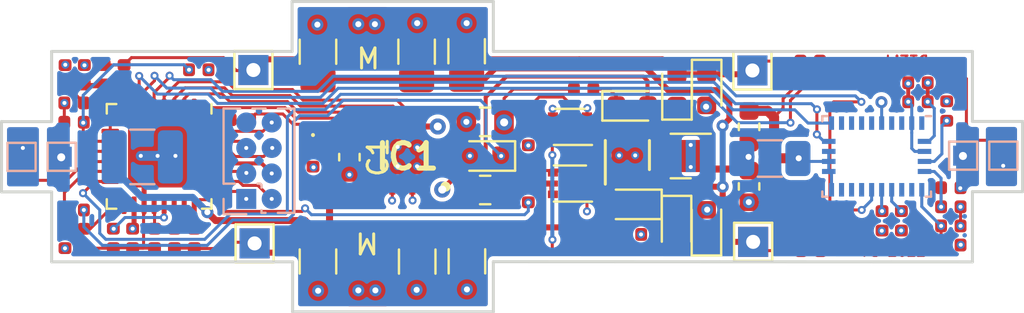
<source format=kicad_pcb>
(kicad_pcb (version 20171130) (host pcbnew "(5.1.12)-1")
  (layers (0 F.Cu signal) (1 In1.Cu signal) (2 In2.Cu signal) (31 B.Cu signal) (34 B.Paste user hide) (35 F.Paste user hide) (36 B.SilkS user) (37 F.SilkS user) (38 B.Mask user hide) (39 F.Mask user hide) (44 Edge.Cuts user))
  (net 0 "")
  (net 1 GND)
  (net 2 UPDI)
  (net 3 +3V3)
  (net 4 DCC-b)
  (net 5 DCC-a)
  (net 6 V24.tx)
  (net 7 V24.rx)
  (net 8 V24.rts)
  (net 9 V24.cts)
  (net 10 RCM.tx)
  (net 11 UDCC-a)
  (net 12 UDCC-b)
  (net 13 "Net-(R7-Pad2)")
  (net 14 "Net-(R8-Pad2)")
  (net 15 ~FAULT)
  (net 16 ISENS)
  (net 17 PWM2)
  (net 18 PWM1)
  (net 19 M1)
  (net 20 M2)
  (net 21 TRQ)
  (net 22 LED.rear)
  (net 23 LED.front)
  (net 24 "Net-(IC1-Pad4)")
  (net 25 uSENS2)
  (net 26 uSENS1)
  (net 27 "Net-(C8-Pad2)")
  (net 28 "Net-(R14-Pad1)")
  (net 29 BNO.rx)
  (net 30 BNO.tx)
  (net 31 BNO.res)
  (net 32 "Net-(Q1-Pad5)")
  (net 33 "Net-(Q1-Pad2)")
  (net 34 "Net-(IC1-Pad16)")
  (net 35 VTRK)
  (net 36 ACK)
  (net 37 VHBR)
  (net 38 "Net-(Q1-Pad3)")
  (net 39 "Net-(Q2-Pad5)")
  (net 40 "Net-(C20-Pad1)")
  (net 41 "Net-(J1-Pad1)")
  (net 42 "Net-(J8-Pad1)")
  (net 43 "Net-(C16-Pad1)")
  (net 44 "Net-(C3-Pad1)")
  (net 45 "Net-(R1-Pad2)")
  (net 46 "Net-(R21-Pad2)")
  (net 47 "Net-(R24-Pad1)")
  (net 48 LED.fs1)
  (net 49 "Net-(D3-Pad1)")
  (net 50 "Net-(D5-Pad1)")
  (net 51 LED.hbt)
  (module _Samac:QFN50P300X300X80-17N-D (layer F.Cu) (at 67.97582 -43.24564 180)
    (fp_text reference IC1 (at 0 0) (layer F.SilkS) (effects (font (size 1.27 1.27) (thickness 0.254))))
    (fp_text value DRV8847RTER hide)
    (pad 17 smd rect (at 0 0 180) (size 1.76 1.76) (layers F.Cu F.Paste F.Mask) (net 1 GND))
    (pad 16 smd rect (at -0.75 -1.5 180) (size 0.3 0.8) (layers F.Cu F.Paste F.Mask) (net 34 "Net-(IC1-Pad16)"))
    (pad 15 smd rect (at -0.25 -1.5 180) (size 0.3 0.8) (layers F.Cu F.Paste F.Mask) (net 3 +3V3))
    (pad 14 smd rect (at 0.25 -1.5 180) (size 0.3 0.8) (layers F.Cu F.Paste F.Mask) (net 1 GND))
    (pad 13 smd rect (at 0.75 -1.5 180) (size 0.3 0.8) (layers F.Cu F.Paste F.Mask) (net 36 ACK))
    (pad 12 smd rect (at 1.5 -0.75 270) (size 0.3 0.8) (layers F.Cu F.Paste F.Mask) (net 1 GND))
    (pad 11 smd rect (at 1.5 -0.25 270) (size 0.3 0.8) (layers F.Cu F.Paste F.Mask) (net 1 GND))
    (pad 10 smd rect (at 1.5 0.25 270) (size 0.3 0.8) (layers F.Cu F.Paste F.Mask) (net 37 VHBR))
    (pad 9 smd rect (at 1.5 0.75 270) (size 0.3 0.8) (layers F.Cu F.Paste F.Mask) (net 21 TRQ))
    (pad 8 smd rect (at 0.75 1.5 180) (size 0.3 0.8) (layers F.Cu F.Paste F.Mask) (net 17 PWM2))
    (pad 7 smd rect (at 0.25 1.5 180) (size 0.3 0.8) (layers F.Cu F.Paste F.Mask) (net 18 PWM1))
    (pad 6 smd rect (at -0.25 1.5 180) (size 0.3 0.8) (layers F.Cu F.Paste F.Mask) (net 15 ~FAULT))
    (pad 5 smd rect (at -0.75 1.5 180) (size 0.3 0.8) (layers F.Cu F.Paste F.Mask) (net 19 M1))
    (pad 4 smd rect (at -1.5 0.75 270) (size 0.3 0.8) (layers F.Cu F.Paste F.Mask) (net 24 "Net-(IC1-Pad4)"))
    (pad 3 smd rect (at -1.5 0.25 270) (size 0.3 0.8) (layers F.Cu F.Paste F.Mask) (net 20 M2))
    (pad 2 smd rect (at -1.5 -0.25 270) (size 0.3 0.8) (layers F.Cu F.Paste F.Mask))
    (pad 1 smd rect (at -1.5 -0.75 270) (size 0.3 0.8) (layers F.Cu F.Paste F.Mask) (net 1 GND))
  )
  (module Resistor_SMD:R_0402_1005Metric (layer F.Cu) (at 97.663 -43.27144 270)
    (fp_text reference R6 hide)
    (fp_text value 2.2k)
    (pad 2 smd roundrect (at 0.485 0 270) (size 0.59 0.64) (layers F.Cu F.Paste F.Mask) (net 42 "Net-(J8-Pad1)"))
    (pad 1 smd roundrect (at -0.485 0 270) (size 0.59 0.64) (layers F.Cu F.Paste F.Mask) (net 23 LED.front))
  )
  (module Resistor_SMD:R_0402_1005Metric (layer F.Cu) (at 48.7934 -43.18508 90)
    (fp_text reference R4 hide)
    (fp_text value 2.2k)
    (pad 2 smd roundrect (at 0.485 0 90) (size 0.59 0.64) (layers F.Cu F.Paste F.Mask) (net 41 "Net-(J1-Pad1)"))
    (pad 1 smd roundrect (at -0.485 0 90) (size 0.59 0.64) (layers F.Cu F.Paste F.Mask) (net 22 LED.rear))
  )
  (module Resistor_SMD:R_0402_1005Metric (layer F.Cu) (at 59.6519 -45.085)
    (fp_text reference R25 hide)
    (fp_text value 3.3k)
    (pad 2 smd roundrect (at 0.485 0) (size 0.59 0.64) (layers F.Cu F.Paste F.Mask) (net 49 "Net-(D3-Pad1)"))
    (pad 1 smd roundrect (at -0.485 0) (size 0.59 0.64) (layers F.Cu F.Paste F.Mask) (net 51 LED.hbt))
  )
  (module LED_SMD:LED_0402_1005Metric (layer F.Cu) (at 63.2714 -43.2308 270)
    (fp_text reference D3 hide)
    (fp_text value "LED(ylw)")
    (pad 2 smd roundrect (at 0.485 0 270) (size 0.59 0.64) (layers F.Cu F.Paste F.Mask) (net 3 +3V3))
    (pad 1 smd roundrect (at -0.485 0 270) (size 0.59 0.64) (layers F.Cu F.Paste F.Mask) (net 49 "Net-(D3-Pad1)"))
  )
  (module Capacitor_SMD:C_0402_1005Metric (layer F.Cu) (at 61.214 -43.0276 270)
    (fp_text reference C11 hide)
    (fp_text value 1u)
    (pad 2 smd roundrect (at 0.485 0 270) (size 0.59 0.64) (layers F.Cu F.Paste F.Mask) (net 3 +3V3))
    (pad 1 smd roundrect (at -0.485 0 270) (size 0.59 0.64) (layers F.Cu F.Paste F.Mask) (net 1 GND))
  )
  (module Capacitor_SMD:C_0603_1608Metric (layer F.Cu) (at 65.0875 -43.2181 270)
    (fp_text reference C1 (at 0 -1.43 90) (layer F.SilkS))
    (fp_text value 4.7u/25V)
    (pad 2 smd roundrect (at 0.7875 0 270) (size 0.875 0.95) (layers F.Cu F.Paste F.Mask) (net 1 GND))
    (pad 1 smd roundrect (at -0.7875 0 270) (size 0.875 0.95) (layers F.Cu F.Paste F.Mask) (net 37 VHBR))
  )
  (module Resistor_SMD:R_0402_1005Metric (layer F.Cu) (at 91.6432 -40.0431 270)
    (fp_text reference R24 hide)
    (fp_text value 10k)
    (pad 2 smd roundrect (at 0.485 0 270) (size 0.59 0.64) (layers F.Cu F.Paste F.Mask) (net 3 +3V3))
    (pad 1 smd roundrect (at -0.485 0 270) (size 0.59 0.64) (layers F.Cu F.Paste F.Mask) (net 47 "Net-(R24-Pad1)"))
  )
  (module Resistor_SMD:R_0402_1005Metric (layer F.Cu) (at 95.0722 -38.8366)
    (fp_text reference R23 hide)
    (fp_text value 10k)
    (pad 2 smd roundrect (at 0.485 0) (size 0.59 0.64) (layers F.Cu F.Paste F.Mask) (net 3 +3V3))
    (pad 1 smd roundrect (at -0.485 0) (size 0.59 0.64) (layers F.Cu F.Paste F.Mask) (net 45 "Net-(R1-Pad2)"))
  )
  (module Resistor_SMD:R_0402_1005Metric (layer F.Cu) (at 95.0722 -41.6941)
    (fp_text reference R22 hide)
    (fp_text value 10k)
    (pad 2 smd roundrect (at 0.485 0) (size 0.59 0.64) (layers F.Cu F.Paste F.Mask) (net 3 +3V3))
    (pad 1 smd roundrect (at -0.485 0) (size 0.59 0.64) (layers F.Cu F.Paste F.Mask) (net 46 "Net-(R21-Pad2)"))
  )
  (module Resistor_SMD:R_0402_1005Metric (layer F.Cu) (at 95.0722 -40.7416 180)
    (fp_text reference R21 hide)
    (fp_text value 10k)
    (pad 2 smd roundrect (at 0.485 0 180) (size 0.59 0.64) (layers F.Cu F.Paste F.Mask) (net 46 "Net-(R21-Pad2)"))
    (pad 1 smd roundrect (at -0.485 0 180) (size 0.59 0.64) (layers F.Cu F.Paste F.Mask) (net 1 GND))
  )
  (module Resistor_SMD:R_0402_1005Metric (layer F.Cu) (at 95.0722 -39.7891 180)
    (fp_text reference R1 hide)
    (fp_text value 10k)
    (pad 2 smd roundrect (at 0.485 0 180) (size 0.59 0.64) (layers F.Cu F.Paste F.Mask) (net 45 "Net-(R1-Pad2)"))
    (pad 1 smd roundrect (at -0.485 0 180) (size 0.59 0.64) (layers F.Cu F.Paste F.Mask) (net 1 GND))
  )
  (module Capacitor_SMD:C_0402_1005Metric (layer F.Cu) (at 79.15148 -39.36492)
    (fp_text reference C16 hide)
    (fp_text value 47nF)
    (pad 2 smd roundrect (at 0.485 0) (size 0.59 0.64) (layers F.Cu F.Paste F.Mask) (net 1 GND))
    (pad 1 smd roundrect (at -0.485 0) (size 0.59 0.64) (layers F.Cu F.Paste F.Mask) (net 43 "Net-(C16-Pad1)"))
  )
  (module TestPoint:TestPoint_Pad_1.0x1.0mm (layer B.Cu) (at 95.68688 -43.29176)
    (fp_text reference J9 hide)
    (fp_text value Conn_01x01)
    (pad 1 smd rect (at 0 0) (size 1 1) (layers B.Cu B.Mask) (net 3 +3V3))
  )
  (module TestPoint:TestPoint_Pad_1.0x1.0mm (layer B.Cu) (at 97.6884 -43.29176)
    (fp_text reference J8 hide)
    (fp_text value Conn_01x01)
    (pad 1 smd rect (at 0 0) (size 1 1) (layers B.Cu B.Mask) (net 42 "Net-(J8-Pad1)"))
  )
  (module TestPoint:TestPoint_Pad_1.0x1.0mm (layer B.Cu) (at 50.74412 -43.23588)
    (fp_text reference J7 hide)
    (fp_text value Conn_01x01)
    (pad 1 smd rect (at 0 0) (size 1 1) (layers B.Cu B.Mask) (net 3 +3V3))
  )
  (module TestPoint:TestPoint_Pad_1.0x1.0mm (layer B.Cu) (at 48.7426 -43.2308)
    (fp_text reference J1 hide)
    (fp_text value Conn_01x01)
    (pad 1 smd rect (at 0 0) (size 1 1) (layers B.Cu B.Mask) (net 41 "Net-(J1-Pad1)"))
  )
  (module Capacitor_SMD:C_0402_1005Metric (layer F.Cu) (at 51.3588 -44.958 180)
    (fp_text reference C22 hide)
    (fp_text value 1u/25V)
    (pad 2 smd roundrect (at 0.485 0 180) (size 0.59 0.64) (layers F.Cu F.Paste F.Mask) (net 1 GND))
    (pad 1 smd roundrect (at -0.485 0 180) (size 0.59 0.64) (layers F.Cu F.Paste F.Mask) (net 16 ISENS))
  )
  (module Capacitor_SMD:C_1210_3225Metric (layer B.Cu) (at 54.7624 -43.2308)
    (fp_text reference C17 hide)
    (fp_text value 100u/16V)
    (pad 2 smd roundrect (at 1.4 0) (size 1.25 2.65) (layers B.Cu B.Paste B.Mask) (roundrect_rratio 0.2) (net 1 GND))
    (pad 1 smd roundrect (at -1.4 0) (size 1.25 2.65) (layers B.Cu B.Paste B.Mask) (roundrect_rratio 0.2) (net 37 VHBR))
  )
  (module Resistor_SMD:R_0402_1005Metric (layer F.Cu) (at 88.0872 -38.5572 180)
    (fp_text reference R19 hide)
    (fp_text value 10k)
    (pad 2 smd roundrect (at 0.485 0 180) (size 0.59 0.64) (layers F.Cu F.Paste F.Mask) (net 4 DCC-b))
    (pad 1 smd roundrect (at -0.485 0 180) (size 0.59 0.64) (layers F.Cu F.Paste F.Mask) (net 1 GND))
  )
  (module Resistor_SMD:R_0402_1005Metric (layer F.Cu) (at 88.0618 -48.006 180)
    (fp_text reference R20 hide)
    (fp_text value 10k)
    (pad 2 smd roundrect (at 0.485 0 180) (size 0.59 0.64) (layers F.Cu F.Paste F.Mask) (net 5 DCC-a))
    (pad 1 smd roundrect (at -0.485 0 180) (size 0.59 0.64) (layers F.Cu F.Paste F.Mask) (net 1 GND))
  )
  (module Package_SON:WSON-6-1EP_2x2mm_P0.65mm_EP1x1.6mm_ThermalVias (layer F.Cu) (at 82.1055 -43.27398 180)
    (fp_text reference IC2 hide)
    (fp_text value NCP730BM)
    (pad 7 smd rect (at 0 0 180) (size 0.5 1.6) (layers B.Cu) (net 1 GND))
    (pad 7 thru_hole circle (at 0 0.55 180) (size 0.5 0.5) (drill 0.2) (layers *.Cu) (net 1 GND))
    (pad 7 thru_hole circle (at 0 -0.55 180) (size 0.5 0.5) (drill 0.2) (layers *.Cu) (net 1 GND))
    (pad 7 smd rect (at 0 0 180) (size 1 1.6) (layers F.Cu F.Mask) (net 1 GND))
    (pad 6 smd roundrect (at 0.8875 -0.65 180) (size 0.375 0.4) (layers F.Cu F.Paste F.Mask) (net 44 "Net-(C3-Pad1)"))
    (pad 5 smd roundrect (at 0.8875 0 180) (size 0.375 0.4) (layers F.Cu F.Paste F.Mask))
    (pad 4 smd roundrect (at 0.8875 0.65 180) (size 0.375 0.4) (layers F.Cu F.Paste F.Mask))
    (pad 3 smd roundrect (at -0.8875 0.65 180) (size 0.375 0.4) (layers F.Cu F.Paste F.Mask) (net 1 GND))
    (pad 2 smd roundrect (at -0.8875 0 180) (size 0.375 0.4) (layers F.Cu F.Paste F.Mask))
    (pad 1 smd roundrect (at -0.8875 -0.65 180) (size 0.375 0.4) (layers F.Cu F.Paste F.Mask) (net 3 +3V3))
  )
  (module Package_TO_SOT_SMD:SOT-666 (layer F.Cu) (at 76.0822 -44.7258 180)
    (fp_text reference Q2 hide)
    (fp_text value BC847BDW1)
    (pad 6 smd rect (at 0.85 -0.5375 180) (size 0.5 0.375) (layers F.Cu F.Paste F.Mask) (net 4 DCC-b))
    (pad 4 smd rect (at 0.85 0.5375 180) (size 0.5 0.375) (layers F.Cu F.Paste F.Mask) (net 1 GND))
    (pad 2 smd rect (at -0.925 0 180) (size 0.65 0.3) (layers F.Cu F.Paste F.Mask) (net 38 "Net-(Q1-Pad3)"))
    (pad 5 smd rect (at 0.925 0 180) (size 0.65 0.3) (layers F.Cu F.Paste F.Mask) (net 39 "Net-(Q2-Pad5)"))
    (pad 3 smd rect (at -0.85 0.5375 180) (size 0.5 0.375) (layers F.Cu F.Paste F.Mask) (net 5 DCC-a))
    (pad 1 smd rect (at -0.85 -0.5375 180) (size 0.5 0.375) (layers F.Cu F.Paste F.Mask) (net 38 "Net-(Q1-Pad3)"))
  )
  (module Package_TO_SOT_SMD:SOT-666 (layer F.Cu) (at 76.0822 -41.9008 180)
    (fp_text reference Q1 hide)
    (fp_text value BC857BDW1)
    (pad 6 smd rect (at 0.85 -0.5375 180) (size 0.5 0.375) (layers F.Cu F.Paste F.Mask) (net 32 "Net-(Q1-Pad5)"))
    (pad 4 smd rect (at 0.85 0.5375 180) (size 0.5 0.375) (layers F.Cu F.Paste F.Mask) (net 33 "Net-(Q1-Pad2)"))
    (pad 2 smd rect (at -0.925 0 180) (size 0.65 0.3) (layers F.Cu F.Paste F.Mask) (net 33 "Net-(Q1-Pad2)"))
    (pad 5 smd rect (at 0.925 0 180) (size 0.65 0.3) (layers F.Cu F.Paste F.Mask) (net 32 "Net-(Q1-Pad5)"))
    (pad 3 smd rect (at -0.85 0.5375 180) (size 0.5 0.375) (layers F.Cu F.Paste F.Mask) (net 38 "Net-(Q1-Pad3)"))
    (pad 1 smd rect (at -0.85 -0.5375 180) (size 0.5 0.375) (layers F.Cu F.Paste F.Mask) (net 3 +3V3))
  )
  (module Capacitor_SMD:C_1206_3216Metric (layer F.Cu) (at 63.52032 -48.47336 90)
    (fp_text reference C3 hide)
    (fp_text value 100u/16V)
    (pad 2 smd roundrect (at 1.4 0 90) (size 1.25 1.75) (layers F.Cu F.Paste F.Mask) (roundrect_rratio 0.2) (net 1 GND))
    (pad 1 smd roundrect (at -1.4 0 90) (size 1.25 1.75) (layers F.Cu F.Paste F.Mask) (roundrect_rratio 0.2) (net 44 "Net-(C3-Pad1)"))
  )
  (module Capacitor_SMD:C_0402_1005Metric (layer F.Cu) (at 76.76642 -46.609 180)
    (fp_text reference C20 hide)
    (fp_text value n.f.)
    (pad 2 smd roundrect (at 0.485 0 180) (size 0.59 0.64) (layers F.Cu F.Paste F.Mask) (net 1 GND))
    (pad 1 smd roundrect (at -0.485 0 180) (size 0.59 0.64) (layers F.Cu F.Paste F.Mask) (net 40 "Net-(C20-Pad1)"))
  )
  (module Diode_SMD:D_0603_1608Metric (layer F.Cu) (at 79.18196 -45.77588)
    (fp_text reference D9 hide)
    (fp_text value CDBURT0530)
    (pad 2 smd roundrect (at 0.7875 0) (size 0.875 0.95) (layers F.Cu F.Paste F.Mask) (net 35 VTRK))
    (pad 1 smd roundrect (at -0.7875 0) (size 0.875 0.95) (layers F.Cu F.Paste F.Mask) (net 40 "Net-(C20-Pad1)"))
  )
  (module Package_DFN_QFN:DFN-6-1EP_2x2mm_P0.65mm_EP1x1.6mm (layer F.Cu) (at 78.94574 -43.32224 90)
    (fp_text reference U4 hide)
    (fp_text value TPS22810DRVR)
    (pad 7 smd rect (at 0 0 90) (size 1 1.6) (layers F.Cu F.Mask) (net 1 GND))
    (pad 6 smd rect (at 1.05 -0.65 90) (size 0.65 0.35) (layers F.Cu F.Paste F.Mask) (net 40 "Net-(C20-Pad1)"))
    (pad 5 smd rect (at 1.05 0 90) (size 0.65 0.35) (layers F.Cu F.Paste F.Mask) (net 40 "Net-(C20-Pad1)"))
    (pad 4 smd rect (at 1.05 0.65 90) (size 0.65 0.35) (layers F.Cu F.Paste F.Mask) (net 1 GND))
    (pad 3 smd rect (at -1.05 0.65 90) (size 0.65 0.35) (layers F.Cu F.Paste F.Mask) (net 43 "Net-(C16-Pad1)"))
    (pad 2 smd rect (at -1.05 0 90) (size 0.65 0.35) (layers F.Cu F.Paste F.Mask))
    (pad 1 smd rect (at -1.05 -0.65 90) (size 0.65 0.35) (layers F.Cu F.Paste F.Mask) (net 37 VHBR))
  )
  (module Capacitor_SMD:C_1206_3216Metric (layer B.Cu) (at 86.0496 -43.15)
    (fp_text reference C14 hide)
    (fp_text value 220uF)
    (pad 2 smd roundrect (at 1.4 0) (size 1.25 1.75) (layers B.Cu B.Paste B.Mask) (roundrect_rratio 0.2) (net 1 GND))
    (pad 1 smd roundrect (at -1.4 0) (size 1.25 1.75) (layers B.Cu B.Paste B.Mask) (roundrect_rratio 0.2) (net 3 +3V3))
  )
  (module Capacitor_SMD:C_0603_1608Metric (layer F.Cu) (at 85.0138 -41.7576 270)
    (fp_text reference C18 hide)
    (fp_text value 47uF)
    (pad 2 smd roundrect (at 0.7875 0 270) (size 0.875 0.95) (layers F.Cu F.Paste F.Mask) (net 1 GND))
    (pad 1 smd roundrect (at -0.7875 0 270) (size 0.875 0.95) (layers F.Cu F.Paste F.Mask) (net 3 +3V3))
  )
  (module Resistor_SMD:R_0805_2012Metric (layer F.Cu) (at 71.8566 -41.5798)
    (fp_text reference R16 hide)
    (fp_text value 200)
    (pad 2 smd roundrect (at 0.9375 0) (size 0.975 1.4) (layers F.Cu F.Paste F.Mask) (net 35 VTRK))
    (pad 1 smd roundrect (at -0.9375 0) (size 0.975 1.4) (layers F.Cu F.Paste F.Mask) (net 34 "Net-(IC1-Pad16)"))
  )
  (module Connector_PinHeader_1.27mm:PinHeader_2x04_P1.27mm_Vertical (layer B.Cu) (at 59.944 -41.1353)
    (fp_text reference J5 hide)
    (fp_text value UDPI)
    (pad 8 smd oval (at 1.27 -3.81) (size 1 1) (layers B.Cu B.Paste B.Mask) (net 7 V24.rx))
    (pad 7 smd oval (at 0 -3.81) (size 1 1) (layers B.Cu B.Paste B.Mask))
    (pad 6 smd oval (at 1.27 -2.54) (size 1 1) (layers B.Cu B.Paste B.Mask) (net 1 GND))
    (pad 5 smd oval (at 0 -2.54) (size 1 1) (layers B.Cu B.Paste B.Mask) (net 6 V24.tx))
    (pad 4 smd oval (at 1.27 -1.27) (size 1 1) (layers B.Cu B.Paste B.Mask) (net 3 +3V3))
    (pad 3 smd oval (at 0 -1.27) (size 1 1) (layers B.Cu B.Paste B.Mask) (net 2 UPDI))
    (pad 2 smd oval (at 1.27 0) (size 1 1) (layers B.Cu B.Paste B.Mask) (net 9 V24.cts))
    (pad 1 smd rect (at 0 0) (size 1 1) (layers B.Cu B.Paste B.Mask) (net 8 V24.rts))
  )
  (module Resistor_SMD:R_0402_1005Metric (layer F.Cu) (at 74.0072 -41.4508 90)
    (fp_text reference R15 hide)
    (fp_text value 10k)
    (pad 2 smd roundrect (at 0.485 0 90) (size 0.59 0.64) (layers F.Cu F.Paste F.Mask) (net 32 "Net-(Q1-Pad5)"))
    (pad 1 smd roundrect (at -0.485 0 90) (size 0.59 0.64) (layers F.Cu F.Paste F.Mask) (net 10 RCM.tx))
  )
  (module Resistor_SMD:R_0402_1005Metric (layer F.Cu) (at 74.0072 -43.3258 270)
    (fp_text reference R3 hide)
    (fp_text value 22)
    (pad 2 smd roundrect (at 0.485 0 270) (size 0.59 0.64) (layers F.Cu F.Paste F.Mask) (net 33 "Net-(Q1-Pad2)"))
    (pad 1 smd roundrect (at -0.485 0 270) (size 0.59 0.64) (layers F.Cu F.Paste F.Mask) (net 3 +3V3))
  )
  (module Resistor_SMD:R_0402_1005Metric (layer F.Cu) (at 74.0072 -45.2008 90)
    (fp_text reference R18 hide)
    (fp_text value 10k)
    (pad 2 smd roundrect (at 0.485 0 90) (size 0.59 0.64) (layers F.Cu F.Paste F.Mask) (net 38 "Net-(Q1-Pad3)"))
    (pad 1 smd roundrect (at -0.485 0 90) (size 0.59 0.64) (layers F.Cu F.Paste F.Mask) (net 39 "Net-(Q2-Pad5)"))
  )
  (module Diode_SMD:D_0603_1608Metric (layer F.Cu) (at 82.8872 -39.8026 90)
    (fp_text reference D2 hide)
    (fp_text value CDBURT0530)
    (pad 2 smd roundrect (at 0.7875 0 90) (size 0.875 0.95) (layers F.Cu F.Paste F.Mask) (net 1 GND))
    (pad 1 smd roundrect (at -0.7875 0 90) (size 0.875 0.95) (layers F.Cu F.Paste F.Mask) (net 4 DCC-b))
  )
  (module Diode_SMD:D_0603_1608Metric (layer F.Cu) (at 81.41908 -46.57424 90)
    (fp_text reference D7 hide)
    (fp_text value D)
    (pad 2 smd roundrect (at 0.7875 0 90) (size 0.875 0.95) (layers F.Cu F.Paste F.Mask) (net 5 DCC-a))
    (pad 1 smd roundrect (at -0.7875 0 90) (size 0.875 0.95) (layers F.Cu F.Paste F.Mask) (net 35 VTRK))
  )
  (module Diode_SMD:D_0603_1608Metric (layer F.Cu) (at 82.8999 -46.5844 270)
    (fp_text reference D8 hide)
    (fp_text value D)
    (pad 2 smd roundrect (at 0.7875 0 270) (size 0.875 0.95) (layers F.Cu F.Paste F.Mask) (net 1 GND))
    (pad 1 smd roundrect (at -0.7875 0 270) (size 0.875 0.95) (layers F.Cu F.Paste F.Mask) (net 5 DCC-a))
  )
  (module Diode_SMD:D_0603_1608Metric (layer F.Cu) (at 81.39876 -39.8026 270)
    (fp_text reference D4 hide)
    (fp_text value D)
    (pad 2 smd roundrect (at 0.7875 0 270) (size 0.875 0.95) (layers F.Cu F.Paste F.Mask) (net 4 DCC-b))
    (pad 1 smd roundrect (at -0.7875 0 270) (size 0.875 0.95) (layers F.Cu F.Paste F.Mask) (net 35 VTRK))
  )
  (module Resistor_SMD:R_0402_1005Metric (layer F.Cu) (at 53.31714 -39.1668 270)
    (fp_text reference R17 hide)
    (fp_text value 10k)
    (pad 2 smd roundrect (at 0.485 0 270) (size 0.59 0.64) (layers F.Cu F.Paste F.Mask) (net 1 GND))
    (pad 1 smd roundrect (at -0.485 0 270) (size 0.59 0.64) (layers F.Cu F.Paste F.Mask) (net 36 ACK))
  )
  (module Diode_SMD:D_0603_1608Metric (layer F.Cu) (at 79.1718 -40.86352 180)
    (fp_text reference D1 hide)
    (fp_text value CDBURT0530)
    (pad 2 smd roundrect (at 0.7875 0 180) (size 0.875 0.95) (layers F.Cu F.Paste F.Mask) (net 37 VHBR))
    (pad 1 smd roundrect (at -0.7875 0 180) (size 0.875 0.95) (layers F.Cu F.Paste F.Mask) (net 44 "Net-(C3-Pad1)"))
  )
  (module Resistor_SMD:R_0805_2012Metric (layer F.Cu) (at 71.8566 -44.9758)
    (fp_text reference R2 hide)
    (fp_text value 0.3)
    (pad 2 smd roundrect (at 0.9375 0) (size 0.975 1.4) (layers F.Cu F.Paste F.Mask) (net 1 GND))
    (pad 1 smd roundrect (at -0.9375 0) (size 0.975 1.4) (layers F.Cu F.Paste F.Mask) (net 24 "Net-(IC1-Pad4)"))
  )
  (module Capacitor_SMD:C_0402_1005Metric (layer F.Cu) (at 93.4339 -46.9265 180)
    (fp_text reference C10 hide)
    (fp_text value 1u)
    (pad 2 smd roundrect (at 0.485 0 180) (size 0.59 0.64) (layers F.Cu F.Paste F.Mask) (net 3 +3V3))
    (pad 1 smd roundrect (at -0.485 0 180) (size 0.59 0.64) (layers F.Cu F.Paste F.Mask) (net 1 GND))
  )
  (module Resistor_SMD:R_0402_1005Metric (layer F.Cu) (at 94.869 -45.5168 90)
    (fp_text reference R14 hide)
    (fp_text value 10k)
    (pad 2 smd roundrect (at 0.485 0 90) (size 0.59 0.64) (layers F.Cu F.Paste F.Mask) (net 3 +3V3))
    (pad 1 smd roundrect (at -0.485 0 90) (size 0.59 0.64) (layers F.Cu F.Paste F.Mask) (net 28 "Net-(R14-Pad1)"))
  )
  (module Capacitor_SMD:C_0402_1005Metric (layer F.Cu) (at 93.4339 -45.97908 180)
    (fp_text reference C9 hide)
    (fp_text value 100n)
    (pad 2 smd roundrect (at 0.485 0 180) (size 0.59 0.64) (layers F.Cu F.Paste F.Mask) (net 3 +3V3))
    (pad 1 smd roundrect (at -0.485 0 180) (size 0.59 0.64) (layers F.Cu F.Paste F.Mask) (net 1 GND))
  )
  (module Capacitor_SMD:C_0402_1005Metric (layer F.Cu) (at 92.6084 -40.0431 90)
    (fp_text reference C8 hide)
    (fp_text value 100n)
    (pad 2 smd roundrect (at 0.485 0 90) (size 0.59 0.64) (layers F.Cu F.Paste F.Mask) (net 27 "Net-(C8-Pad2)"))
    (pad 1 smd roundrect (at -0.485 0 90) (size 0.59 0.64) (layers F.Cu F.Paste F.Mask) (net 1 GND))
  )
  (module Package_LGA:LGA-28_5.2x3.8mm_P0.5mm (layer B.Cu) (at 91.37396 -43.25366 180)
    (fp_text reference U3 hide)
    (fp_text value BNO055)
    (pad 16 smd rect (at 2.3875 -0.75 90) (size 0.254 0.675) (layers B.Cu B.Paste B.Mask) (net 1 GND))
    (pad 17 smd rect (at 2.3875 -0.25 90) (size 0.254 0.675) (layers B.Cu B.Paste B.Mask) (net 1 GND))
    (pad 18 smd rect (at 2.3875 0.25 90) (size 0.254 0.675) (layers B.Cu B.Paste B.Mask) (net 1 GND))
    (pad 15 smd rect (at 2.25 -1.6625 180) (size 0.254 0.675) (layers B.Cu B.Paste B.Mask) (net 1 GND))
    (pad 14 smd rect (at 1.75 -1.6625 180) (size 0.254 0.675) (layers B.Cu B.Paste B.Mask))
    (pad 13 smd rect (at 1.25 -1.6625 180) (size 0.254 0.675) (layers B.Cu B.Paste B.Mask))
    (pad 12 smd rect (at 0.75 -1.6625 180) (size 0.254 0.675) (layers B.Cu B.Paste B.Mask))
    (pad 11 smd rect (at 0.25 -1.6625 180) (size 0.254 0.675) (layers B.Cu B.Paste B.Mask) (net 31 BNO.res))
    (pad 10 smd rect (at -0.25 -1.6625 180) (size 0.254 0.675) (layers B.Cu B.Paste B.Mask) (net 47 "Net-(R24-Pad1)"))
    (pad 9 smd rect (at -0.75 -1.6625 180) (size 0.254 0.675) (layers B.Cu B.Paste B.Mask) (net 27 "Net-(C8-Pad2)"))
    (pad 8 smd rect (at -1.25 -1.6625 180) (size 0.254 0.675) (layers B.Cu B.Paste B.Mask))
    (pad 7 smd rect (at -1.75 -1.6625 180) (size 0.254 0.675) (layers B.Cu B.Paste B.Mask))
    (pad 20 smd rect (at 2.25 1.6625 180) (size 0.254 0.675) (layers B.Cu B.Paste B.Mask) (net 29 BNO.rx))
    (pad 21 smd rect (at 1.75 1.6625 180) (size 0.254 0.675) (layers B.Cu B.Paste B.Mask))
    (pad 22 smd rect (at 1.25 1.6625 180) (size 0.254 0.675) (layers B.Cu B.Paste B.Mask))
    (pad 23 smd rect (at 0.75 1.6625 180) (size 0.254 0.675) (layers B.Cu B.Paste B.Mask))
    (pad 24 smd rect (at 0.25 1.6625 180) (size 0.254 0.675) (layers B.Cu B.Paste B.Mask))
    (pad 25 smd rect (at -0.25 1.6625 180) (size 0.254 0.675) (layers B.Cu B.Paste B.Mask) (net 1 GND))
    (pad 26 smd rect (at -0.75 1.6625 180) (size 0.254 0.675) (layers B.Cu B.Paste B.Mask))
    (pad 27 smd rect (at -1.25 1.6625 180) (size 0.254 0.675) (layers B.Cu B.Paste B.Mask))
    (pad 28 smd rect (at -1.75 1.6625 180) (size 0.254 0.675) (layers B.Cu B.Paste B.Mask) (net 3 +3V3))
    (pad 5 smd rect (at -2.3875 -0.75 90) (size 0.254 0.675) (layers B.Cu B.Paste B.Mask) (net 46 "Net-(R21-Pad2)"))
    (pad 4 smd rect (at -2.3875 -0.25 90) (size 0.254 0.675) (layers B.Cu B.Paste B.Mask) (net 28 "Net-(R14-Pad1)"))
    (pad 3 smd rect (at -2.3875 0.25 90) (size 0.254 0.675) (layers B.Cu B.Paste B.Mask) (net 3 +3V3))
    (pad 1 smd rect (at -2.25 1.6625 180) (size 0.254 0.675) (layers B.Cu B.Paste B.Mask))
    (pad 2 smd rect (at -2.3875 0.75 90) (size 0.254 0.675) (layers B.Cu B.Paste B.Mask) (net 1 GND))
    (pad 6 smd rect (at -2.25 -1.6625 180) (size 0.254 0.675) (layers B.Cu B.Paste B.Mask) (net 45 "Net-(R1-Pad2)"))
    (pad 19 smd rect (at 2.3875 0.75 90) (size 0.254 0.675) (layers B.Cu B.Paste B.Mask) (net 30 BNO.tx))
  )
  (module Capacitor_SMD:C_0603_1608Metric (layer F.Cu) (at 85.0138 -44.7294 90)
    (fp_text reference C12 hide)
    (fp_text value 47uF)
    (pad 2 smd roundrect (at 0.7875 0 90) (size 0.875 0.95) (layers F.Cu F.Paste F.Mask) (net 1 GND))
    (pad 1 smd roundrect (at -0.7875 0 90) (size 0.875 0.95) (layers F.Cu F.Paste F.Mask) (net 3 +3V3))
  )
  (module Capacitor_SMD:C_1206_3216Metric (layer F.Cu) (at 63.52032 -38.01618 270)
    (fp_text reference C7 hide)
    (fp_text value "N x 100u/16V")
    (pad 2 smd roundrect (at 1.4 0 270) (size 1.25 1.75) (layers F.Cu F.Paste F.Mask) (roundrect_rratio 0.2) (net 1 GND))
    (pad 1 smd roundrect (at -1.4 0 270) (size 1.25 1.75) (layers F.Cu F.Paste F.Mask) (roundrect_rratio 0.2) (net 37 VHBR))
  )
  (module Capacitor_SMD:C_1206_3216Metric (layer F.Cu) (at 68.46824 -38.0111 270)
    (fp_text reference C6 hide)
    (fp_text value 100u/16V)
    (pad 2 smd roundrect (at 1.4 0 270) (size 1.25 1.75) (layers F.Cu F.Paste F.Mask) (roundrect_rratio 0.2) (net 1 GND))
    (pad 1 smd roundrect (at -1.4 0 270) (size 1.25 1.75) (layers F.Cu F.Paste F.Mask) (roundrect_rratio 0.2) (net 37 VHBR))
  )
  (module Resistor_SMD:R_0402_1005Metric (layer F.Cu) (at 51.36 -45.92)
    (fp_text reference R13 hide)
    (fp_text value 10k)
    (pad 2 smd roundrect (at 0.485 0) (size 0.59 0.64) (layers F.Cu F.Paste F.Mask) (net 26 uSENS1))
    (pad 1 smd roundrect (at -0.485 0) (size 0.59 0.64) (layers F.Cu F.Paste F.Mask) (net 1 GND))
  )
  (module Resistor_SMD:R_0402_1005Metric (layer F.Cu) (at 50.91176 -47.3202 90)
    (fp_text reference R12 hide)
    (fp_text value 68k)
    (pad 2 smd roundrect (at 0.485 0 90) (size 0.59 0.64) (layers F.Cu F.Paste F.Mask) (net 19 M1))
    (pad 1 smd roundrect (at -0.485 0 90) (size 0.59 0.64) (layers F.Cu F.Paste F.Mask) (net 26 uSENS1))
  )
  (module Resistor_SMD:R_0402_1005Metric (layer F.Cu) (at 51.85156 -39.16172 90)
    (fp_text reference R11 hide)
    (fp_text value 10k)
    (pad 2 smd roundrect (at 0.485 0 90) (size 0.59 0.64) (layers F.Cu F.Paste F.Mask) (net 25 uSENS2))
    (pad 1 smd roundrect (at -0.485 0 90) (size 0.59 0.64) (layers F.Cu F.Paste F.Mask) (net 1 GND))
  )
  (module Resistor_SMD:R_0402_1005Metric (layer F.Cu) (at 50.90668 -39.1668 270)
    (fp_text reference R10 hide)
    (fp_text value 68k)
    (pad 2 smd roundrect (at 0.485 0 270) (size 0.59 0.64) (layers F.Cu F.Paste F.Mask) (net 20 M2))
    (pad 1 smd roundrect (at -0.485 0 270) (size 0.59 0.64) (layers F.Cu F.Paste F.Mask) (net 25 uSENS2))
  )
  (module Resistor_SMD:R_0402_1005Metric (layer F.Cu) (at 57.57672 -47.5742 180)
    (fp_text reference R9 hide)
    (fp_text value 220k)
    (pad 2 smd roundrect (at 0.485 0 180) (size 0.59 0.64) (layers F.Cu F.Paste F.Mask) (net 16 ISENS))
    (pad 1 smd roundrect (at -0.485 0 180) (size 0.59 0.64) (layers F.Cu F.Paste F.Mask) (net 24 "Net-(IC1-Pad4)"))
  )
  (module Capacitor_SMD:C_1206_3216Metric (layer F.Cu) (at 70.93204 -48.49876 90)
    (fp_text reference C5 hide)
    (fp_text value 100u/16V)
    (pad 2 smd roundrect (at 1.4 0 90) (size 1.25 1.75) (layers F.Cu F.Paste F.Mask) (roundrect_rratio 0.2) (net 1 GND))
    (pad 1 smd roundrect (at -1.4 0 90) (size 1.25 1.75) (layers F.Cu F.Paste F.Mask) (roundrect_rratio 0.2) (net 44 "Net-(C3-Pad1)"))
  )
  (module Resistor_SMD:R_0402_1005Metric (layer F.Cu) (at 51.36388 -40.58412)
    (fp_text reference R5 hide)
    (fp_text value 3.3k)
    (pad 2 smd roundrect (at 0.485 0) (size 0.59 0.64) (layers F.Cu F.Paste F.Mask) (net 50 "Net-(D5-Pad1)"))
    (pad 1 smd roundrect (at -0.485 0) (size 0.59 0.64) (layers F.Cu F.Paste F.Mask) (net 48 LED.fs1))
  )
  (module Capacitor_SMD:C_1206_3216Metric (layer F.Cu) (at 70.94728 -38.0238 270)
    (fp_text reference C2 hide)
    (fp_text value 100u/16V)
    (pad 2 smd roundrect (at 1.4 0 270) (size 1.25 1.75) (layers F.Cu F.Paste F.Mask) (roundrect_rratio 0.2) (net 1 GND))
    (pad 1 smd roundrect (at -1.4 0 270) (size 1.25 1.75) (layers F.Cu F.Paste F.Mask) (roundrect_rratio 0.2) (net 37 VHBR))
  )
  (module Capacitor_SMD:C_1206_3216Metric (layer F.Cu) (at 68.43776 -48.4759 90)
    (fp_text reference C4 hide)
    (fp_text value 100u/16V)
    (pad 2 smd roundrect (at 1.4 0 90) (size 1.25 1.75) (layers F.Cu F.Paste F.Mask) (roundrect_rratio 0.2) (net 1 GND))
    (pad 1 smd roundrect (at -1.4 0 90) (size 1.25 1.75) (layers F.Cu F.Paste F.Mask) (roundrect_rratio 0.2) (net 44 "Net-(C3-Pad1)"))
  )
  (module Capacitor_SMD:C_0402_1005Metric (layer F.Cu) (at 54.2798 -39.1668 90)
    (fp_text reference C13 hide)
    (fp_text value 1u)
    (pad 2 smd roundrect (at 0.485 0 90) (size 0.59 0.64) (layers F.Cu F.Paste F.Mask) (net 3 +3V3))
    (pad 1 smd roundrect (at -0.485 0 90) (size 0.59 0.64) (layers F.Cu F.Paste F.Mask) (net 1 GND))
  )
  (module Resistor_SMD:R_0402_1005Metric (layer F.Cu) (at 57.3532 -39.1668 90)
    (fp_text reference R8 hide)
    (fp_text value 33k)
    (pad 2 smd roundrect (at 0.485 0 90) (size 0.59 0.64) (layers F.Cu F.Paste F.Mask) (net 14 "Net-(R8-Pad2)"))
    (pad 1 smd roundrect (at -0.485 0 90) (size 0.59 0.64) (layers F.Cu F.Paste F.Mask) (net 4 DCC-b))
  )
  (module Resistor_SMD:R_0402_1005Metric (layer F.Cu) (at 53.85308 -47.32528 270)
    (fp_text reference R7 hide)
    (fp_text value 33k)
    (pad 2 smd roundrect (at 0.485 0 270) (size 0.59 0.64) (layers F.Cu F.Paste F.Mask) (net 13 "Net-(R7-Pad2)"))
    (pad 1 smd roundrect (at -0.485 0 270) (size 0.59 0.64) (layers F.Cu F.Paste F.Mask) (net 5 DCC-a))
  )
  (module Resistor_SMD:R_0402_1005Metric (layer F.Cu) (at 55.372 -39.1668 270)
    (fp_text reference R37 hide)
    (fp_text value 9.1k)
    (pad 2 smd roundrect (at 0.485 0 270) (size 0.59 0.64) (layers F.Cu F.Paste F.Mask) (net 1 GND))
    (pad 1 smd roundrect (at -0.485 0 270) (size 0.59 0.64) (layers F.Cu F.Paste F.Mask) (net 12 UDCC-b))
  )
  (module Resistor_SMD:R_0402_1005Metric (layer F.Cu) (at 51.87188 -47.32528 90)
    (fp_text reference R36 hide)
    (fp_text value 9.1k)
    (pad 2 smd roundrect (at 0.485 0 90) (size 0.59 0.64) (layers F.Cu F.Paste F.Mask) (net 1 GND))
    (pad 1 smd roundrect (at -0.485 0 90) (size 0.59 0.64) (layers F.Cu F.Paste F.Mask) (net 11 UDCC-a))
  )
  (module Resistor_SMD:R_0402_1005Metric (layer F.Cu) (at 56.3626 -39.1668 90)
    (fp_text reference R35 hide)
    (fp_text value 220k)
    (pad 2 smd roundrect (at 0.485 0 90) (size 0.59 0.64) (layers F.Cu F.Paste F.Mask) (net 12 UDCC-b))
    (pad 1 smd roundrect (at -0.485 0 90) (size 0.59 0.64) (layers F.Cu F.Paste F.Mask) (net 4 DCC-b))
  )
  (module Resistor_SMD:R_0402_1005Metric (layer F.Cu) (at 52.86248 -47.32528 270)
    (fp_text reference R34 hide)
    (fp_text value 220k)
    (pad 2 smd roundrect (at 0.485 0 270) (size 0.59 0.64) (layers F.Cu F.Paste F.Mask) (net 11 UDCC-a))
    (pad 1 smd roundrect (at -0.485 0 270) (size 0.59 0.64) (layers F.Cu F.Paste F.Mask) (net 5 DCC-a))
  )
  (module TestPoint:TestPoint_THTPad_1.5x1.5mm_Drill0.7mm (layer F.Cu) (at 85.217 -38.99408)
    (fp_text reference J6 hide)
    (fp_text value Conn_01x01)
    (pad 1 thru_hole rect (at 0 0) (size 1.5 1.5) (drill 0.7) (layers *.Cu F.Mask) (net 4 DCC-b))
  )
  (module TestPoint:TestPoint_THTPad_1.5x1.5mm_Drill0.7mm (layer F.Cu) (at 85.18144 -47.53864)
    (fp_text reference J4 hide)
    (fp_text value Conn_01x01)
    (pad 1 thru_hole rect (at 0 0) (size 1.5 1.5) (drill 0.7) (layers *.Cu F.Mask) (net 5 DCC-a))
  )
  (module TestPoint:TestPoint_THTPad_1.5x1.5mm_Drill0.7mm (layer F.Cu) (at 60.36056 -38.91788)
    (fp_text reference J3 hide)
    (fp_text value Conn_01x01)
    (pad 1 thru_hole rect (at 0 0) (size 1.5 1.5) (drill 0.7) (layers *.Cu F.Mask) (net 4 DCC-b))
  )
  (module TestPoint:TestPoint_THTPad_1.5x1.5mm_Drill0.7mm (layer F.Cu) (at 60.2996 -47.5615)
    (fp_text reference J2 hide)
    (fp_text value Conn_01x01)
    (pad 1 thru_hole rect (at 0 0) (size 1.5 1.5) (drill 0.7) (layers *.Cu F.Mask) (net 5 DCC-a))
  )
  (module Package_DFN_QFN:VQFN-32-1EP_5x5mm_P0.5mm_EP3.1x3.1mm (layer F.Cu) (at 55.6006 -43.2562 270)
    (fp_text reference U1 hide)
    (fp_text value AVR-64DA32)
    (pad 32 smd roundrect (at -1.75 -2.4375 270) (size 0.25 0.875) (layers F.Cu F.Paste F.Mask) (net 51 LED.hbt))
    (pad 31 smd roundrect (at -1.25 -2.4375 270) (size 0.25 0.875) (layers F.Cu F.Paste F.Mask) (net 7 V24.rx))
    (pad 30 smd roundrect (at -0.75 -2.4375 270) (size 0.25 0.875) (layers F.Cu F.Paste F.Mask) (net 6 V24.tx))
    (pad 29 smd roundrect (at -0.25 -2.4375 270) (size 0.25 0.875) (layers F.Cu F.Paste F.Mask) (net 1 GND))
    (pad 28 smd roundrect (at 0.25 -2.4375 270) (size 0.25 0.875) (layers F.Cu F.Paste F.Mask) (net 3 +3V3))
    (pad 27 smd roundrect (at 0.75 -2.4375 270) (size 0.25 0.875) (layers F.Cu F.Paste F.Mask) (net 2 UPDI))
    (pad 26 smd roundrect (at 1.25 -2.4375 270) (size 0.25 0.875) (layers F.Cu F.Paste F.Mask) (net 9 V24.cts))
    (pad 25 smd roundrect (at 1.75 -2.4375 270) (size 0.25 0.875) (layers F.Cu F.Paste F.Mask) (net 8 V24.rts))
    (pad 24 smd roundrect (at 2.4375 -1.75 270) (size 0.875 0.25) (layers F.Cu F.Paste F.Mask) (net 10 RCM.tx))
    (pad 23 smd roundrect (at 2.4375 -1.25 270) (size 0.875 0.25) (layers F.Cu F.Paste F.Mask) (net 14 "Net-(R8-Pad2)"))
    (pad 22 smd roundrect (at 2.4375 -0.75 270) (size 0.875 0.25) (layers F.Cu F.Paste F.Mask))
    (pad 21 smd roundrect (at 2.4375 -0.25 270) (size 0.875 0.25) (layers F.Cu F.Paste F.Mask) (net 36 ACK))
    (pad 20 smd roundrect (at 2.4375 0.25 270) (size 0.875 0.25) (layers F.Cu F.Paste F.Mask) (net 12 UDCC-b))
    (pad 19 smd roundrect (at 2.4375 0.75 270) (size 0.875 0.25) (layers F.Cu F.Paste F.Mask) (net 1 GND))
    (pad 18 smd roundrect (at 2.4375 1.25 270) (size 0.875 0.25) (layers F.Cu F.Paste F.Mask) (net 3 +3V3))
    (pad 17 smd roundrect (at 2.4375 1.75 270) (size 0.875 0.25) (layers F.Cu F.Paste F.Mask) (net 25 uSENS2))
    (pad 16 smd roundrect (at 1.75 2.4375 270) (size 0.25 0.875) (layers F.Cu F.Paste F.Mask))
    (pad 15 smd roundrect (at 1.25 2.4375 270) (size 0.25 0.875) (layers F.Cu F.Paste F.Mask) (net 23 LED.front))
    (pad 14 smd roundrect (at 0.75 2.4375 270) (size 0.25 0.875) (layers F.Cu F.Paste F.Mask) (net 48 LED.fs1))
    (pad 13 smd roundrect (at 0.25 2.4375 270) (size 0.25 0.875) (layers F.Cu F.Paste F.Mask) (net 22 LED.rear))
    (pad 12 smd roundrect (at -0.25 2.4375 270) (size 0.25 0.875) (layers F.Cu F.Paste F.Mask) (net 16 ISENS))
    (pad 11 smd roundrect (at -0.75 2.4375 270) (size 0.25 0.875) (layers F.Cu F.Paste F.Mask) (net 26 uSENS1))
    (pad 10 smd roundrect (at -1.25 2.4375 270) (size 0.25 0.875) (layers F.Cu F.Paste F.Mask) (net 11 UDCC-a))
    (pad 9 smd roundrect (at -1.75 2.4375 270) (size 0.25 0.875) (layers F.Cu F.Paste F.Mask) (net 11 UDCC-a))
    (pad 8 smd roundrect (at -2.4375 1.75 270) (size 0.875 0.25) (layers F.Cu F.Paste F.Mask) (net 13 "Net-(R7-Pad2)"))
    (pad 7 smd roundrect (at -2.4375 1.25 270) (size 0.875 0.25) (layers F.Cu F.Paste F.Mask) (net 29 BNO.rx))
    (pad 6 smd roundrect (at -2.4375 0.75 270) (size 0.875 0.25) (layers F.Cu F.Paste F.Mask) (net 30 BNO.tx))
    (pad 5 smd roundrect (at -2.4375 0.25 270) (size 0.875 0.25) (layers F.Cu F.Paste F.Mask) (net 31 BNO.res))
    (pad 4 smd roundrect (at -2.4375 -0.25 270) (size 0.875 0.25) (layers F.Cu F.Paste F.Mask) (net 15 ~FAULT))
    (pad 3 smd roundrect (at -2.4375 -0.75 270) (size 0.875 0.25) (layers F.Cu F.Paste F.Mask) (net 18 PWM1))
    (pad 2 smd roundrect (at -2.4375 -1.25 270) (size 0.875 0.25) (layers F.Cu F.Paste F.Mask) (net 17 PWM2))
    (pad 1 smd roundrect (at -2.4375 -1.75 270) (size 0.875 0.25) (layers F.Cu F.Paste F.Mask) (net 21 TRQ))
    (pad 33 smd roundrect (at 0 0 270) (size 3.1 3.1) (layers F.Cu F.Mask) (roundrect_rratio 0.08064499999999999) (net 1 GND))
  )
  (module LED_SMD:LED_0603_1608Metric (layer F.Cu) (at 71.8644 -43.2758 180)
    (fp_text reference D5 hide)
    (fp_text value "LED(ylw)")
    (pad 2 smd roundrect (at 0.7875 0 180) (size 0.875 0.95) (layers F.Cu F.Paste F.Mask) (net 3 +3V3))
    (pad 1 smd roundrect (at -0.7875 0 180) (size 0.875 0.95) (layers F.Cu F.Paste F.Mask) (net 50 "Net-(D5-Pad1)"))
  )
  (gr_text M (at 65.9638 -38.9382 180) (layer F.SilkS) (effects (font (size 1 1))))
  (gr_text M (at 66.0273 -48.1203) (layer F.SilkS) (effects (font (size 1 1))))
  (gr_line (start 47.74184 -44.98848) (end 47.74184 -41.48582) (layer Edge.Cuts) (width 0.15))
  (gr_line (start 50.2412 -44.98848) (end 50.2412 -48.4886) (layer Edge.Cuts) (width 0.15))
  (gr_line (start 47.74184 -44.98848) (end 50.2412 -44.98848) (layer Edge.Cuts) (width 0.15))
  (gr_line (start 50.2412 -37.99586) (end 50.2412 -41.48582) (layer Edge.Cuts) (width 0.15))
  (gr_line (start 50.2412 -41.48582) (end 47.74184 -41.48582) (layer Edge.Cuts) (width 0.15))
  (gr_line (start 98.64852 -41.49598) (end 98.64852 -44.99864) (layer Edge.Cuts) (width 0.15))
  (gr_line (start 96.14916 -41.49598) (end 96.14916 -37.99586) (layer Edge.Cuts) (width 0.15))
  (gr_line (start 98.64852 -41.49598) (end 96.14916 -41.49598) (layer Edge.Cuts) (width 0.15))
  (gr_line (start 96.14916 -48.4886) (end 96.14916 -44.99864) (layer Edge.Cuts) (width 0.15))
  (gr_line (start 96.14916 -44.99864) (end 98.64852 -44.99864) (layer Edge.Cuts) (width 0.15))
  (gr_text "FS 2022" (at 92.2401 -38.5191) (layer F.Cu) (effects (font (size 0.5 0.5) (thickness 0.1))))
  (gr_text D12.4 (at 92.8751 -48.0568 180) (layer F.Cu) (effects (font (size 0.5 0.5) (thickness 0.1))))
  (gr_line (start 72.263 -35.5092) (end 72.263 -38.005166) (layer Edge.Cuts) (width 0.15))
  (gr_line (start 62.2554 -35.5092) (end 72.263 -35.5092) (layer Edge.Cuts) (width 0.15))
  (gr_line (start 62.2554 -37.9984) (end 62.2554 -35.5092) (layer Edge.Cuts) (width 0.15))
  (gr_line (start 62.2554 -37.9984) (end 50.2412 -37.9984) (layer Edge.Cuts) (width 0.15))
  (gr_line (start 62.23 -50.9778) (end 62.23 -48.4886) (layer Edge.Cuts) (width 0.15))
  (gr_line (start 72.263 -50.9778) (end 62.23 -50.9778) (layer Edge.Cuts) (width 0.15))
  (gr_line (start 72.263 -48.4886) (end 72.263 -50.9778) (layer Edge.Cuts) (width 0.15))
  (gr_line (start 72.263 -48.4886) (end 96.14916 -48.4886) (layer Edge.Cuts) (width 0.15))
  (gr_line (start 50.2412 -48.4886) (end 62.23 -48.4886) (layer Edge.Cuts) (width 0.15))
  (gr_line (start 96.14916 -37.99586) (end 72.263 -38.005166) (layer Edge.Cuts) (width 0.15))
  (via (at 65.0875 -42.3418) (size 0.4) (drill 0.2) (layers F.Cu B.Cu) (net 1))
  (via (at 61.2394 -43.6753) (size 0.4) (drill 0.2) (layers F.Cu B.Cu) (net 1))
  (via (at 92.5957 -39.5605) (size 0.4) (drill 0.2) (layers F.Cu B.Cu) (net 1))
  (via (at 82.87004 -45.7327) (size 0.6) (drill 0.3) (layers F.Cu B.Cu) (net 1))
  (via (at 54.6862 -43.2816) (size 0.4) (drill 0.2) (layers F.Cu B.Cu) (net 1))
  (via (at 50.88 -45.92) (size 0.4) (drill 0.2) (layers F.Cu B.Cu) (net 1))
  (via (at 85 -40.975) (size 0.6) (drill 0.3) (layers F.Cu B.Cu) (net 1))
  (via (at 75.21956 -45.6311) (size 0.4) (drill 0.2) (layers F.Cu B.Cu) (net 1))
  (via (at 82.925 -40.6) (size 0.6) (drill 0.3) (layers F.Cu B.Cu) (net 1))
  (via (at 68.45842 -42.76304) (size 0.4) (drill 0.2) (layers F.Cu B.Cu) (net 1))
  (via (at 67.49322 -43.72824) (size 0.4) (drill 0.2) (layers F.Cu B.Cu) (net 1))
  (segment (start 54.8506 -42.5062) (end 54.8506 -40.8187) (width 0.25) (layer F.Cu) (net 1))
  (segment (start 55.6006 -43.2562) (end 54.8506 -42.5062) (width 0.2) (layer F.Cu) (net 1))
  (segment (start 55.6006 -43.2562) (end 55.8506 -43.5062) (width 0.2) (layer F.Cu) (net 1))
  (segment (start 58.0421 -43.5102) (end 58.0381 -43.5062) (width 0.15) (layer F.Cu) (net 1))
  (segment (start 67.49322 -42.76304) (end 67.97582 -43.24564) (width 0.2) (layer F.Cu) (net 1))
  (via (at 67.49322 -42.76304) (size 0.4) (drill 0.2) (layers F.Cu B.Cu) (net 1))
  (segment (start 66.47582 -42.49564) (end 67.22582 -42.49564) (width 0.3) (layer F.Cu) (net 1))
  (segment (start 67.72582 -42.99564) (end 67.97582 -43.24564) (width 0.2) (layer F.Cu) (net 1))
  (segment (start 66.47582 -42.99564) (end 67.72582 -42.99564) (width 0.3) (layer F.Cu) (net 1))
  (segment (start 54.8506 -40.3812) (end 54.82481 -40.35541) (width 0.15) (layer F.Cu) (net 1))
  (segment (start 54.8506 -40.8187) (end 54.8506 -40.3812) (width 0.15) (layer F.Cu) (net 1))
  (segment (start 54.82481 -40.35541) (end 54.82481 -38.69581) (width 0.15) (layer F.Cu) (net 1))
  (segment (start 54.82481 -38.69581) (end 54.8108 -38.6818) (width 0.15) (layer F.Cu) (net 1))
  (segment (start 54.8108 -38.6818) (end 54.2798 -38.6818) (width 0.15) (layer F.Cu) (net 1))
  (segment (start 54.2798 -38.6818) (end 55.372 -38.6818) (width 0.15) (layer F.Cu) (net 1))
  (segment (start 58.05734 -43.52544) (end 58.0381 -43.5062) (width 0.15) (layer F.Cu) (net 1))
  (segment (start 58.0381 -43.5062) (end 58.06242 -43.53052) (width 0.15) (layer F.Cu) (net 1))
  (via (at 68.46858 -43.70284) (size 0.4) (drill 0.2) (layers F.Cu B.Cu) (net 1))
  (segment (start 70.9422 -36.61872) (end 70.9422 -36.61872) (width 0.5) (layer F.Cu) (net 1))
  (segment (start 68.69684 -36.61872) (end 68.69684 -36.61872) (width 0.5) (layer F.Cu) (net 1))
  (segment (start 68.68668 -49.89876) (end 68.68668 -49.89876) (width 0.5) (layer F.Cu) (net 1))
  (segment (start 70.93204 -49.89876) (end 70.93204 -49.89876) (width 0.5) (layer F.Cu) (net 1))
  (segment (start 68.73032 -49.89876) (end 68.73032 -49.89876) (width 0.5) (layer F.Cu) (net 1))
  (segment (start 68.69684 -36.61872) (end 68.69684 -36.61872) (width 0.5) (layer F.Cu) (net 1))
  (segment (start 70.9422 -36.61872) (end 70.94728 -36.6238) (width 0.5) (layer F.Cu) (net 1))
  (via (at 51.87696 -47.79772) (size 0.4) (drill 0.2) (layers F.Cu B.Cu) (net 1))
  (segment (start 67.22582 -42.49564) (end 67.49322 -42.76304) (width 0.15) (layer F.Cu) (net 1))
  (segment (start 67.72582 -42.53044) (end 67.49322 -42.76304) (width 0.15) (layer F.Cu) (net 1))
  (segment (start 67.72582 -41.74564) (end 67.72582 -42.53044) (width 0.3) (layer F.Cu) (net 1))
  (segment (start 69.47582 -42.49564) (end 68.72582 -42.49564) (width 0.3) (layer F.Cu) (net 1))
  (segment (start 68.22582 -42.99564) (end 67.97582 -43.24564) (width 0.15) (layer F.Cu) (net 1))
  (segment (start 68.72582 -42.49564) (end 68.45842 -42.76304) (width 0.15) (layer F.Cu) (net 1))
  (segment (start 54.26456 -38.69704) (end 54.2798 -38.6818) (width 0.15) (layer F.Cu) (net 1))
  (segment (start 53.34508 -38.69704) (end 54.26456 -38.69704) (width 0.15) (layer F.Cu) (net 1))
  (segment (start 72.6519 -44.8008) (end 72.8019 -44.9508) (width 0.15) (layer F.Cu) (net 1))
  (segment (start 72.8019 -44.9508) (end 72.8019 -44.9508) (width 0.15) (layer F.Cu) (net 1))
  (via (at 72.8019 -44.9508) (size 0.8) (drill 0.4) (layers F.Cu B.Cu) (net 1))
  (segment (start 55.8506 -43.5062) (end 58.0381 -43.5062) (width 0.25) (layer F.Cu) (net 1))
  (via (at 55.5244 -43.2816) (size 0.4) (drill 0.2) (layers F.Cu B.Cu) (net 1))
  (segment (start 68.69684 -36.61872) (end 70.9422 -36.61872) (width 0.5) (layer F.Cu) (net 1))
  (via (at 63.52794 -36.55568) (size 0.6) (drill 0.3) (layers F.Cu B.Cu) (net 1))
  (segment (start 68.73032 -49.89876) (end 70.93204 -49.89876) (width 0.5) (layer F.Cu) (net 1))
  (via (at 63.48984 -49.82464) (size 0.6) (drill 0.3) (layers F.Cu B.Cu) (net 1))
  (segment (start 65.52784 -42.99564) (end 65.3288 -42.7966) (width 0.3) (layer F.Cu) (net 1))
  (segment (start 66.47582 -42.99564) (end 65.52784 -42.99564) (width 0.3) (layer F.Cu) (net 1))
  (segment (start 75.98642 -46.609) (end 76.28142 -46.609) (width 0.15) (layer F.Cu) (net 1))
  (segment (start 73.25868 -46.609) (end 75.98642 -46.609) (width 0.15) (layer F.Cu) (net 1))
  (segment (start 72.8019 -44.9508) (end 72.8019 -46.15222) (width 0.15) (layer F.Cu) (net 1))
  (segment (start 72.8019 -46.15222) (end 73.25868 -46.609) (width 0.15) (layer F.Cu) (net 1))
  (segment (start 75.2322 -45.61846) (end 75.21956 -45.6311) (width 0.15) (layer F.Cu) (net 1))
  (segment (start 75.2322 -45.2633) (end 75.2322 -45.61846) (width 0.15) (layer F.Cu) (net 1))
  (segment (start 82.2055 -43.92398) (end 82.1055 -43.82398) (width 0.3) (layer F.Cu) (net 1))
  (segment (start 82.993 -43.92398) (end 82.2055 -43.92398) (width 0.3) (layer F.Cu) (net 1))
  (segment (start 88.55216 -38.57724) (end 88.5722 -38.5572) (width 0.15) (layer F.Cu) (net 1))
  (segment (start 50.8738 -45.9138) (end 50.88 -45.92) (width 0.15) (layer F.Cu) (net 1))
  (segment (start 50.8738 -44.958) (end 50.8738 -45.9138) (width 0.15) (layer F.Cu) (net 1))
  (segment (start 79.57796 -44.37986) (end 79.57796 -44.37986) (width 0.2) (layer F.Cu) (net 1))
  (segment (start 79.57796 -44.37986) (end 79.57796 -43.95446) (width 0.3) (layer F.Cu) (net 1))
  (segment (start 78.95336 -43.32986) (end 78.92796 -43.32986) (width 0.2) (layer F.Cu) (net 1))
  (segment (start 79.57796 -43.95446) (end 78.95336 -43.32986) (width 0.3) (layer F.Cu) (net 1))
  (via (at 79.3369 -43.30446) (size 0.4) (drill 0.2) (layers F.Cu B.Cu) (net 1))
  (via (at 78.53426 -43.30446) (size 0.4) (drill 0.2) (layers F.Cu B.Cu) (net 1))
  (via (at 56.4134 -43.2816) (size 0.4) (drill 0.2) (layers F.Cu B.Cu) (net 1))
  (segment (start 54.6862 -43.2816) (end 55.5244 -43.2816) (width 0.5) (layer B.Cu) (net 1))
  (segment (start 55.5244 -43.2816) (end 56.4134 -43.2816) (width 0.5) (layer B.Cu) (net 1))
  (segment (start 70.93204 -49.89876) (end 70.93204 -49.89876) (width 0.5) (layer F.Cu) (net 1))
  (via (at 70.93204 -49.89876) (size 0.6) (drill 0.3) (layers F.Cu B.Cu) (net 1))
  (segment (start 70.94728 -36.6238) (end 70.94728 -36.6238) (width 0.5) (layer F.Cu) (net 1))
  (via (at 70.94728 -36.6238) (size 0.6) (drill 0.3) (layers F.Cu B.Cu) (net 1))
  (segment (start 68.68668 -49.89876) (end 68.73032 -49.89876) (width 0.5) (layer F.Cu) (net 1))
  (via (at 68.4657 -49.89876) (size 0.6) (drill 0.3) (layers F.Cu B.Cu) (net 1))
  (via (at 68.4403 -36.6014) (size 0.6) (drill 0.3) (layers F.Cu B.Cu) (net 1))
  (segment (start 53.31206 -38.67672) (end 53.31714 -38.6818) (width 0.15) (layer F.Cu) (net 1))
  (segment (start 51.84648 -38.67672) (end 53.31206 -38.67672) (width 0.15) (layer F.Cu) (net 1))
  (via (at 87.48776 -43.16222) (size 0.6) (drill 0.3) (layers F.Cu B.Cu) (net 1))
  (segment (start 87.30838 -43.16222) (end 87.48776 -43.16222) (width 0.2) (layer F.Cu) (net 1))
  (segment (start 88.98646 -42.50366) (end 88.98646 -43.00366) (width 0.15) (layer B.Cu) (net 1))
  (segment (start 88.98646 -43.00366) (end 88.98646 -43.50366) (width 0.15) (layer B.Cu) (net 1))
  (segment (start 87.59594 -43.00366) (end 87.4496 -43.15) (width 0.15) (layer B.Cu) (net 1))
  (segment (start 88.98646 -43.00366) (end 87.59594 -43.00366) (width 0.15) (layer B.Cu) (net 1))
  (segment (start 89.12396 -42.36616) (end 88.98646 -42.50366) (width 0.15) (layer B.Cu) (net 1))
  (segment (start 89.12396 -41.59116) (end 89.12396 -42.36616) (width 0.15) (layer B.Cu) (net 1))
  (segment (start 94.24896 -45.64902) (end 93.9189 -45.97908) (width 0.15) (layer B.Cu) (net 1))
  (segment (start 94.24896 -44.28066) (end 94.24896 -45.64902) (width 0.15) (layer B.Cu) (net 1))
  (segment (start 93.97196 -44.00366) (end 94.24896 -44.28066) (width 0.15) (layer B.Cu) (net 1))
  (via (at 93.9189 -45.97908) (size 0.4) (drill 0.2) (layers F.Cu B.Cu) (net 1))
  (segment (start 93.76146 -44.00366) (end 93.97196 -44.00366) (width 0.15) (layer B.Cu) (net 1))
  (segment (start 86.39556 -43.16222) (end 87.48776 -43.16222) (width 0.5) (layer F.Cu) (net 1))
  (segment (start 86.26094 -43.29684) (end 86.39556 -43.16222) (width 0.5) (layer F.Cu) (net 1))
  (segment (start 86.26094 -45.21454) (end 86.26094 -43.29684) (width 0.5) (layer F.Cu) (net 1))
  (segment (start 85 -45.525) (end 85.95048 -45.525) (width 0.5) (layer F.Cu) (net 1))
  (segment (start 85.95048 -45.525) (end 86.26094 -45.21454) (width 0.5) (layer F.Cu) (net 1))
  (via (at 91.61272 -45.95876) (size 0.6) (drill 0.3) (layers F.Cu B.Cu) (net 1))
  (segment (start 91.62396 -44.91616) (end 91.62396 -45.94752) (width 0.15) (layer B.Cu) (net 1))
  (segment (start 91.62396 -45.94752) (end 91.61272 -45.95876) (width 0.15) (layer B.Cu) (net 1))
  (segment (start 88.5468 -47.07368) (end 88.5468 -48.006) (width 0.15) (layer F.Cu) (net 1))
  (segment (start 86.71052 -45.66412) (end 86.71052 -46.13402) (width 0.15) (layer F.Cu) (net 1))
  (segment (start 86.71052 -46.13402) (end 87.5665 -46.99) (width 0.15) (layer F.Cu) (net 1))
  (segment (start 86.26094 -45.21454) (end 86.71052 -45.66412) (width 0.15) (layer F.Cu) (net 1))
  (segment (start 87.5665 -46.99) (end 88.46312 -46.99) (width 0.15) (layer F.Cu) (net 1))
  (segment (start 88.46312 -46.99) (end 88.5468 -47.07368) (width 0.15) (layer F.Cu) (net 1))
  (via (at 79.62646 -39.36492) (size 0.4) (drill 0.2) (layers F.Cu B.Cu) (net 1))
  (segment (start 95.5572 -40.7416) (end 95.5572 -39.7891) (width 0.15) (layer F.Cu) (net 1))
  (segment (start 95.5572 -39.7891) (end 95.5572 -39.7891) (width 0.15) (layer F.Cu) (net 1))
  (via (at 95.5572 -39.7891) (size 0.4) (drill 0.2) (layers F.Cu B.Cu) (net 1))
  (segment (start 88.0111 -40.9701) (end 85.4888 -40.9701) (width 0.15) (layer F.Cu) (net 1))
  (segment (start 85.4888 -40.9701) (end 85.0138 -40.9701) (width 0.15) (layer F.Cu) (net 1))
  (segment (start 88.5722 -38.5572) (end 88.5722 -40.409) (width 0.15) (layer F.Cu) (net 1))
  (segment (start 88.5722 -40.409) (end 88.0111 -40.9701) (width 0.15) (layer F.Cu) (net 1))
  (segment (start 93.9189 -45.97908) (end 93.9189 -46.9265) (width 0.2) (layer F.Cu) (net 1))
  (via (at 93.9292 -46.9265) (size 0.4) (drill 0.2) (layers F.Cu B.Cu) (net 1))
  (via (at 95.5548 -40.7416) (size 0.4) (drill 0.2) (layers F.Cu B.Cu) (net 1))
  (segment (start 61.039401 -43.475301) (end 61.2394 -43.6753) (width 0.15) (layer F.Cu) (net 1))
  (segment (start 58.0468 -43.4975) (end 59.1439 -43.4975) (width 0.15) (layer F.Cu) (net 1))
  (segment (start 58.0381 -43.5062) (end 58.0468 -43.4975) (width 0.15) (layer F.Cu) (net 1))
  (segment (start 59.1439 -43.4975) (end 59.391101 -43.250299) (width 0.15) (layer F.Cu) (net 1))
  (segment (start 59.391101 -43.250299) (end 60.814399 -43.250299) (width 0.15) (layer F.Cu) (net 1))
  (segment (start 60.814399 -43.250299) (end 61.039401 -43.475301) (width 0.15) (layer F.Cu) (net 1))
  (via (at 59.949794 -42.43121) (size 0.4) (drill 0.2) (layers F.Cu B.Cu) (net 2))
  (segment (start 59.874804 -42.5062) (end 59.949794 -42.43121) (width 0.15) (layer F.Cu) (net 2))
  (segment (start 58.0381 -42.5062) (end 59.874804 -42.5062) (width 0.15) (layer F.Cu) (net 2))
  (via (at 71.0946 -43.2816) (size 0.4) (drill 0.2) (layers F.Cu B.Cu) (net 3))
  (via (at 63.2968 -42.7101) (size 0.4) (drill 0.2) (layers F.Cu B.Cu) (net 3))
  (via (at 94.869 -45.9994) (size 0.4) (drill 0.2) (layers F.Cu B.Cu) (net 3))
  (via (at 91.6305 -39.5478) (size 0.4) (drill 0.2) (layers F.Cu B.Cu) (net 3))
  (via (at 95.5675 -38.8493) (size 0.4) (drill 0.2) (layers F.Cu B.Cu) (net 3))
  (via (at 95.5421 -41.6687) (size 0.4) (drill 0.2) (layers F.Cu B.Cu) (net 3))
  (via (at 95.67672 -43.27652) (size 0.8) (drill 0.4) (layers F.Cu B.Cu) (net 3))
  (via (at 50.71872 -43.21048) (size 0.8) (drill 0.4) (layers F.Cu B.Cu) (net 3))
  (via (at 74.0072 -43.8008) (size 0.4) (drill 0.2) (layers F.Cu B.Cu) (net 3))
  (segment (start 54.3506 -39.7226) (end 54.2798 -39.6518) (width 0.2) (layer F.Cu) (net 3))
  (segment (start 54.3506 -40.8187) (end 54.3506 -39.7226) (width 0.25) (layer F.Cu) (net 3))
  (segment (start 54.2798 -39.6518) (end 54.2798 -39.6518) (width 0.2) (layer F.Cu) (net 3))
  (segment (start 54.2798 -39.6518) (end 54.2798 -39.6518) (width 0.2) (layer F.Cu) (net 3))
  (via (at 54.2798 -39.6518) (size 0.4) (drill 0.2) (layers F.Cu B.Cu) (net 3))
  (segment (start 85 -43.95) (end 85 -43.95) (width 0.3) (layer F.Cu) (net 3))
  (segment (start 85 -42.5625) (end 85.0567 -42.5625) (width 0.35) (layer F.Cu) (net 3))
  (segment (start 84.60954 -43.08454) (end 84.675 -43.15) (width 0.5) (layer B.Cu) (net 3))
  (segment (start 85 -43.9282) (end 85 -42.5625) (width 0.3) (layer F.Cu) (net 3))
  (segment (start 85 -43.95) (end 85 -43.9282) (width 0.3) (layer F.Cu) (net 3))
  (segment (start 85.0567 -42.5625) (end 85.0567 -42.5625) (width 0.35) (layer F.Cu) (net 3))
  (via (at 84.9884 -43.2308) (size 0.6) (drill 0.3) (layers F.Cu B.Cu) (net 3))
  (segment (start 84.846 -42.62398) (end 85.00302 -42.46696) (width 0.35) (layer F.Cu) (net 3))
  (segment (start 82.993 -42.62398) (end 84.846 -42.62398) (width 0.35) (layer F.Cu) (net 3))
  (segment (start 93.12396 -44.42866) (end 93.12396 -44.91616) (width 0.15) (layer B.Cu) (net 3))
  (segment (start 93.12396 -43.65366) (end 93.12396 -44.42866) (width 0.15) (layer B.Cu) (net 3))
  (segment (start 93.27396 -43.50366) (end 93.12396 -43.65366) (width 0.15) (layer B.Cu) (net 3))
  (segment (start 93.76146 -43.50366) (end 93.27396 -43.50366) (width 0.15) (layer B.Cu) (net 3))
  (segment (start 93.12396 -44.91616) (end 93.12396 -45.804026) (width 0.15) (layer B.Cu) (net 3))
  (via (at 92.948906 -45.97908) (size 0.4) (drill 0.2) (layers F.Cu B.Cu) (net 3))
  (segment (start 93.12396 -45.804026) (end 92.948906 -45.97908) (width 0.15) (layer B.Cu) (net 3))
  (segment (start 76.93152 -41.36262) (end 76.9322 -41.3633) (width 0.15) (layer F.Cu) (net 3))
  (via (at 76.93152 -40.51554) (size 0.4) (drill 0.2) (layers F.Cu B.Cu) (net 3))
  (segment (start 76.93152 -40.51554) (end 76.93152 -41.36262) (width 0.15) (layer F.Cu) (net 3))
  (segment (start 92.9489 -45.97908) (end 92.9489 -46.886) (width 0.15) (layer F.Cu) (net 3))
  (segment (start 92.948906 -46.926494) (end 92.9489 -46.9265) (width 0.2) (layer F.Cu) (net 3))
  (segment (start 92.948906 -45.97908) (end 92.948906 -46.926494) (width 0.2) (layer F.Cu) (net 3))
  (segment (start 92.9489 -46.886) (end 92.9489 -46.9265) (width 0.15) (layer F.Cu) (net 3))
  (via (at 92.9489 -46.886) (size 0.4) (drill 0.2) (layers F.Cu B.Cu) (net 3))
  (via (at 61.214 -42.4053) (size 0.4) (drill 0.2) (layers F.Cu B.Cu) (net 3))
  (segment (start 60.71309 -42.90621) (end 61.214 -42.4053) (width 0.2) (layer F.Cu) (net 3))
  (segment (start 58.9407 -43.0062) (end 59.04069 -42.90621) (width 0.2) (layer F.Cu) (net 3))
  (segment (start 59.04069 -42.90621) (end 60.71309 -42.90621) (width 0.2) (layer F.Cu) (net 3))
  (segment (start 58.9407 -43.0062) (end 58.0381 -43.0062) (width 0.25) (layer F.Cu) (net 3))
  (segment (start 68.22582 -41.74564) (end 68.22582 -41.07038) (width 0.15) (layer F.Cu) (net 3))
  (via (at 68.2371 -41.0591) (size 0.4) (drill 0.2) (layers F.Cu B.Cu) (net 3))
  (segment (start 68.22582 -41.07038) (end 68.2371 -41.0591) (width 0.15) (layer F.Cu) (net 3))
  (via (at 75.20432 -43.32224) (size 0.4) (drill 0.2) (layers F.Cu B.Cu) (net 4))
  (segment (start 56.3626 -38.6818) (end 57.3532 -38.6818) (width 0.15) (layer F.Cu) (net 4))
  (segment (start 81.79552 -38.99408) (end 85.217 -38.99408) (width 0.3) (layer F.Cu) (net 4))
  (segment (start 81.72958 -39.06002) (end 81.79552 -38.99408) (width 0.3) (layer F.Cu) (net 4))
  (segment (start 81.71434 -39.07526) (end 81.72958 -39.06002) (width 0.3) (layer F.Cu) (net 4))
  (segment (start 58.93816 -38.66134) (end 59.25058 -38.97376) (width 0.15) (layer F.Cu) (net 4))
  (segment (start 57.3532 -38.6818) (end 57.37366 -38.66134) (width 0.15) (layer F.Cu) (net 4))
  (segment (start 59.25058 -38.97376) (end 60.3758 -38.97376) (width 0.15) (layer F.Cu) (net 4))
  (segment (start 57.37366 -38.66134) (end 58.93816 -38.66134) (width 0.15) (layer F.Cu) (net 4))
  (segment (start 80.83926 -38.4556) (end 81.39876 -39.0151) (width 0.3) (layer F.Cu) (net 4))
  (segment (start 77.426779 -38.4556) (end 80.83926 -38.4556) (width 0.3) (layer F.Cu) (net 4))
  (segment (start 60.3758 -38.97376) (end 60.89396 -38.4556) (width 0.3) (layer F.Cu) (net 4))
  (segment (start 77.2306 -38.4556) (end 77.426779 -38.4556) (width 0.3) (layer F.Cu) (net 4))
  (segment (start 74.6194 -38.4556) (end 77.2306 -38.4556) (width 0.3) (layer F.Cu) (net 4))
  (segment (start 60.89396 -38.4556) (end 74.6194 -38.4556) (width 0.3) (layer F.Cu) (net 4))
  (segment (start 75.20432 -44.16042) (end 75.2322 -44.1883) (width 0.15) (layer F.Cu) (net 4))
  (segment (start 75.20432 -43.32224) (end 75.20432 -44.16042) (width 0.15) (layer F.Cu) (net 4))
  (via (at 75.2094 -39.103302) (size 0.4) (drill 0.2) (layers F.Cu B.Cu) (net 4))
  (segment (start 75.20432 -43.32224) (end 75.20432 -39.108382) (width 0.2) (layer B.Cu) (net 4))
  (segment (start 75.20432 -39.108382) (end 75.2094 -39.103302) (width 0.2) (layer B.Cu) (net 4))
  (segment (start 75.20178 -39.095682) (end 75.2094 -39.103302) (width 0.15) (layer F.Cu) (net 4))
  (segment (start 75.20178 -38.46576) (end 75.20178 -39.095682) (width 0.15) (layer F.Cu) (net 4))
  (segment (start 74.6194 -38.4556) (end 74.62956 -38.46576) (width 0.15) (layer F.Cu) (net 4))
  (segment (start 74.62956 -38.46576) (end 75.20178 -38.46576) (width 0.15) (layer F.Cu) (net 4))
  (segment (start 85.65388 -38.5572) (end 85.217 -38.99408) (width 0.15) (layer F.Cu) (net 4))
  (segment (start 87.6022 -38.5572) (end 85.65388 -38.5572) (width 0.15) (layer F.Cu) (net 4))
  (segment (start 85.1409 -47.2441) (end 85.1662 -47.2694) (width 0.15) (layer F.Cu) (net 5))
  (segment (start 85.09 -47.1932) (end 85.1662 -47.2694) (width 0.3) (layer B.Cu) (net 5))
  (segment (start 52.86248 -47.81028) (end 53.85308 -47.81028) (width 0.15) (layer F.Cu) (net 5))
  (segment (start 60.325 -47.50308) (end 60.325 -47.1932) (width 0.15) (layer F.Cu) (net 5))
  (segment (start 60.35548 -47.53356) (end 60.325 -47.50308) (width 0.15) (layer F.Cu) (net 5))
  (segment (start 81.73974 -47.41174) (end 81.7499 -47.4219) (width 0.3) (layer F.Cu) (net 5))
  (segment (start 80.68592 -48.0949) (end 81.41908 -47.36174) (width 0.3) (layer F.Cu) (net 5))
  (segment (start 60.35548 -47.53356) (end 60.91682 -48.0949) (width 0.3) (layer F.Cu) (net 5))
  (segment (start 76.5449 -48.0949) (end 76.575 -48.0648) (width 0.15) (layer F.Cu) (net 5))
  (segment (start 76.5449 -48.0949) (end 80.68592 -48.0949) (width 0.3) (layer F.Cu) (net 5))
  (segment (start 60.91682 -48.0949) (end 76.5449 -48.0949) (width 0.3) (layer F.Cu) (net 5))
  (segment (start 84.9928 -47.35) (end 85.18144 -47.53864) (width 0.5) (layer F.Cu) (net 5))
  (segment (start 81.41908 -47.36174) (end 81.43082 -47.35) (width 0.5) (layer F.Cu) (net 5))
  (segment (start 81.43082 -47.35) (end 84.9928 -47.35) (width 0.3) (layer F.Cu) (net 5))
  (segment (start 58.80904 -48.18) (end 59.45548 -47.53356) (width 0.15) (layer F.Cu) (net 5))
  (segment (start 53.85308 -47.81028) (end 54.2228 -48.18) (width 0.15) (layer F.Cu) (net 5))
  (segment (start 59.45548 -47.53356) (end 60.35548 -47.53356) (width 0.15) (layer F.Cu) (net 5))
  (segment (start 54.2228 -48.18) (end 58.80904 -48.18) (width 0.15) (layer F.Cu) (net 5))
  (via (at 76.9493 -45.664118) (size 0.4) (drill 0.2) (layers F.Cu B.Cu) (net 5))
  (segment (start 76.9322 -45.647018) (end 76.9493 -45.664118) (width 0.15) (layer F.Cu) (net 5))
  (segment (start 76.9322 -45.2633) (end 76.9322 -45.647018) (width 0.15) (layer F.Cu) (net 5))
  (segment (start 85.6488 -48.006) (end 85.18144 -47.53864) (width 0.15) (layer F.Cu) (net 5))
  (segment (start 87.5768 -48.006) (end 85.6488 -48.006) (width 0.15) (layer F.Cu) (net 5))
  (via (at 59.944 -43.6753) (size 0.4) (drill 0.2) (layers F.Cu B.Cu) (net 6))
  (segment (start 58.0381 -44.0062) (end 59.6131 -44.0062) (width 0.15) (layer F.Cu) (net 6))
  (segment (start 59.6131 -44.0062) (end 59.944 -43.6753) (width 0.15) (layer F.Cu) (net 6))
  (segment (start 58.0381 -44.5062) (end 58.04488 -44.5062) (width 0.15) (layer F.Cu) (net 7))
  (via (at 61.214 -44.9453) (size 0.4) (drill 0.2) (layers F.Cu B.Cu) (net 7))
  (segment (start 58.0381 -44.5062) (end 60.7749 -44.5062) (width 0.15) (layer F.Cu) (net 7))
  (segment (start 60.7749 -44.5062) (end 61.214 -44.9453) (width 0.15) (layer F.Cu) (net 7))
  (via (at 59.944 -41.1353) (size 0.4) (drill 0.2) (layers F.Cu B.Cu) (net 8))
  (segment (start 58.0381 -41.5062) (end 59.5731 -41.5062) (width 0.15) (layer F.Cu) (net 8))
  (segment (start 59.5731 -41.5062) (end 59.944 -41.1353) (width 0.15) (layer F.Cu) (net 8))
  (via (at 61.214 -41.1353) (size 0.4) (drill 0.2) (layers F.Cu B.Cu) (net 9))
  (segment (start 61.2013 -41.1353) (end 61.214 -41.1353) (width 0.15) (layer F.Cu) (net 9))
  (segment (start 59.7789 -41.8084) (end 60.5282 -41.8084) (width 0.15) (layer F.Cu) (net 9))
  (segment (start 60.5282 -41.8084) (end 61.2013 -41.1353) (width 0.15) (layer F.Cu) (net 9))
  (segment (start 58.0381 -42.0062) (end 59.5811 -42.0062) (width 0.15) (layer F.Cu) (net 9))
  (segment (start 59.5811 -42.0062) (end 59.7789 -41.8084) (width 0.15) (layer F.Cu) (net 9))
  (via (at 74.0072 -40.9508) (size 0.4) (drill 0.2) (layers F.Cu B.Cu) (net 10))
  (via (at 62.8777 -40.6654) (size 0.4) (drill 0.2) (layers F.Cu B.Cu) (net 10))
  (segment (start 58.3184 -41.0972) (end 58.9026 -40.513) (width 0.15) (layer F.Cu) (net 10))
  (segment (start 62.7253 -40.513) (end 62.8777 -40.6654) (width 0.15) (layer F.Cu) (net 10))
  (segment (start 57.3506 -40.8187) (end 57.6291 -41.0972) (width 0.15) (layer F.Cu) (net 10))
  (segment (start 58.9026 -40.513) (end 62.7253 -40.513) (width 0.15) (layer F.Cu) (net 10))
  (segment (start 57.6291 -41.0972) (end 58.3184 -41.0972) (width 0.15) (layer F.Cu) (net 10))
  (segment (start 74.0072 -40.53) (end 74.0072 -40.9508) (width 0.15) (layer B.Cu) (net 10))
  (segment (start 73.8251 -40.3479) (end 74.0072 -40.53) (width 0.15) (layer B.Cu) (net 10))
  (segment (start 62.8777 -40.6654) (end 63.1952 -40.3479) (width 0.15) (layer B.Cu) (net 10))
  (segment (start 63.1952 -40.3479) (end 73.8251 -40.3479) (width 0.15) (layer B.Cu) (net 10))
  (segment (start 51.87188 -46.84028) (end 52.86248 -46.84028) (width 0.15) (layer F.Cu) (net 11))
  (segment (start 52.74804 -46.72584) (end 52.86248 -46.84028) (width 0.15) (layer F.Cu) (net 11))
  (segment (start 51.87188 -46.72584) (end 52.74804 -46.72584) (width 0.15) (layer F.Cu) (net 11))
  (segment (start 53.1631 -45.0062) (end 53.11 -45.0593) (width 0.15) (layer F.Cu) (net 11))
  (segment (start 52.54248 -46.84028) (end 52.86248 -46.84028) (width 0.15) (layer F.Cu) (net 11))
  (segment (start 53.1631 -46.53966) (end 52.86248 -46.84028) (width 0.15) (layer F.Cu) (net 11))
  (segment (start 53.1631 -45.0062) (end 53.1631 -46.53966) (width 0.15) (layer F.Cu) (net 11))
  (segment (start 53.1631 -45.0062) (end 53.1631 -44.5062) (width 0.15) (layer F.Cu) (net 11))
  (segment (start 55.372 -40.7973) (end 55.3506 -40.8187) (width 0.15) (layer F.Cu) (net 12))
  (segment (start 55.372 -39.6518) (end 56.3626 -39.6518) (width 0.15) (layer F.Cu) (net 12))
  (segment (start 55.372 -39.6518) (end 55.372 -40.7973) (width 0.15) (layer F.Cu) (net 12))
  (segment (start 53.8506 -46.8378) (end 53.85308 -46.84028) (width 0.15) (layer F.Cu) (net 13))
  (segment (start 53.8506 -45.6937) (end 53.8506 -46.8378) (width 0.15) (layer F.Cu) (net 13))
  (segment (start 56.8506 -40.1544) (end 56.8506 -40.8187) (width 0.15) (layer F.Cu) (net 14))
  (segment (start 57.3532 -39.6518) (end 56.8506 -40.1544) (width 0.15) (layer F.Cu) (net 14))
  (segment (start 59.394999 -46.586499) (end 59.006498 -46.975) (width 0.15) (layer F.Cu) (net 15))
  (segment (start 62.247816 -46.586499) (end 59.394999 -46.586499) (width 0.15) (layer F.Cu) (net 15))
  (segment (start 68.22582 -44.74564) (end 68.22582 -45.29564) (width 0.15) (layer F.Cu) (net 15))
  (segment (start 68.22582 -45.29564) (end 67.461083 -46.060377) (width 0.15) (layer F.Cu) (net 15))
  (segment (start 67.461083 -46.060377) (end 62.773937 -46.060378) (width 0.15) (layer F.Cu) (net 15))
  (segment (start 55.8506 -46.2506) (end 55.8506 -46.1312) (width 0.15) (layer F.Cu) (net 15))
  (segment (start 62.773937 -46.060378) (end 62.247816 -46.586499) (width 0.15) (layer F.Cu) (net 15))
  (segment (start 55.8506 -46.1312) (end 55.8506 -45.6937) (width 0.15) (layer F.Cu) (net 15))
  (segment (start 56.575 -46.975) (end 55.8506 -46.2506) (width 0.15) (layer F.Cu) (net 15))
  (segment (start 59.006498 -46.975) (end 56.575 -46.975) (width 0.15) (layer F.Cu) (net 15))
  (via (at 51.816 -44.9326) (size 0.4) (drill 0.2) (layers F.Cu B.Cu) (net 16))
  (segment (start 57.09172 -47.5742) (end 57.09172 -47.5742) (width 0.15) (layer B.Cu) (net 16))
  (via (at 57.09172 -47.5742) (size 0.4) (drill 0.2) (layers F.Cu B.Cu) (net 16))
  (segment (start 51.816 -46.3042) (end 51.816 -44.9326) (width 0.15) (layer B.Cu) (net 16))
  (segment (start 53.3368 -47.825) (end 51.816 -46.3042) (width 0.15) (layer B.Cu) (net 16))
  (segment (start 57.09172 -47.5742) (end 56.84092 -47.825) (width 0.15) (layer B.Cu) (net 16))
  (segment (start 56.84092 -47.825) (end 53.3368 -47.825) (width 0.15) (layer B.Cu) (net 16))
  (segment (start 51.816 -44.02836) (end 51.816 -44.9326) (width 0.15) (layer F.Cu) (net 16))
  (segment (start 53.1631 -43.5062) (end 52.33816 -43.5062) (width 0.15) (layer F.Cu) (net 16))
  (segment (start 52.33816 -43.5062) (end 51.816 -44.02836) (width 0.15) (layer F.Cu) (net 16))
  (segment (start 56.8506 -46.1312) (end 57.094378 -46.374978) (width 0.15) (layer F.Cu) (net 17))
  (segment (start 57.094378 -46.374978) (end 58.732562 -46.374978) (width 0.15) (layer F.Cu) (net 17))
  (segment (start 67.061105 -45.460355) (end 67.22582 -45.29564) (width 0.15) (layer F.Cu) (net 17))
  (segment (start 56.8506 -45.6937) (end 56.8506 -46.1312) (width 0.15) (layer F.Cu) (net 17))
  (segment (start 58.732562 -46.374978) (end 59.121063 -45.986477) (width 0.15) (layer F.Cu) (net 17))
  (segment (start 62.525402 -45.460355) (end 67.061105 -45.460355) (width 0.15) (layer F.Cu) (net 17))
  (segment (start 67.22582 -45.29564) (end 67.22582 -44.74564) (width 0.15) (layer F.Cu) (net 17))
  (segment (start 61.99928 -45.986477) (end 62.525402 -45.460355) (width 0.15) (layer F.Cu) (net 17))
  (segment (start 59.121063 -45.986477) (end 61.99928 -45.986477) (width 0.15) (layer F.Cu) (net 17))
  (segment (start 67.72582 -45.29564) (end 67.261093 -45.760367) (width 0.15) (layer F.Cu) (net 18))
  (segment (start 62.123548 -46.286488) (end 59.245331 -46.286488) (width 0.15) (layer F.Cu) (net 18))
  (segment (start 58.85683 -46.674989) (end 56.894389 -46.674989) (width 0.15) (layer F.Cu) (net 18))
  (segment (start 56.894389 -46.674989) (end 56.3506 -46.1312) (width 0.15) (layer F.Cu) (net 18))
  (segment (start 56.3506 -46.1312) (end 56.3506 -45.6937) (width 0.15) (layer F.Cu) (net 18))
  (segment (start 62.649669 -45.760367) (end 62.123548 -46.286488) (width 0.15) (layer F.Cu) (net 18))
  (segment (start 59.245331 -46.286488) (end 58.85683 -46.674989) (width 0.15) (layer F.Cu) (net 18))
  (segment (start 67.72582 -44.74564) (end 67.72582 -45.29564) (width 0.15) (layer F.Cu) (net 18))
  (segment (start 67.261093 -45.760367) (end 62.649669 -45.760367) (width 0.15) (layer F.Cu) (net 18))
  (via (at 50.92192 -47.82312) (size 0.4) (drill 0.2) (layers F.Cu B.Cu) (net 19))
  (segment (start 68.72582 -44.74564) (end 69.49106 -44.74564) (width 0.3) (layer F.Cu) (net 19))
  (via (at 66.3575 -49.8475) (size 0.6) (drill 0.3) (layers F.Cu B.Cu) (net 19))
  (via (at 65.532 -49.8475) (size 0.6) (drill 0.3) (layers F.Cu B.Cu) (net 19))
  (via (at 69.49104 -44.74564) (size 0.8) (drill 0.4) (layers F.Cu B.Cu) (net 19))
  (via (at 65.532 -36.576) (size 0.6) (drill 0.3) (layers F.Cu B.Cu) (net 20))
  (via (at 66.3829 -36.576) (size 0.6) (drill 0.3) (layers F.Cu B.Cu) (net 20))
  (via (at 50.90668 -38.67404) (size 0.4) (drill 0.2) (layers F.Cu B.Cu) (net 20))
  (via (at 69.7152 -41.6008) (size 0.8) (drill 0.4) (layers F.Cu B.Cu) (net 20))
  (segment (start 70.115199 -42.000799) (end 69.7152 -41.6008) (width 0.25) (layer F.Cu) (net 20))
  (segment (start 70.1548 -42.0404) (end 70.115199 -42.000799) (width 0.2) (layer F.Cu) (net 20))
  (segment (start 70.1548 -43.41666) (end 70.1548 -42.0404) (width 0.25) (layer F.Cu) (net 20))
  (segment (start 69.47582 -43.49564) (end 70.07582 -43.49564) (width 0.25) (layer F.Cu) (net 20))
  (segment (start 70.07582 -43.49564) (end 70.1548 -43.41666) (width 0.25) (layer F.Cu) (net 20))
  (segment (start 66.47582 -43.99564) (end 66.47582 -44.97938) (width 0.15) (layer F.Cu) (net 21))
  (segment (start 66.47582 -44.97938) (end 66.294856 -45.160344) (width 0.15) (layer F.Cu) (net 21))
  (segment (start 66.294856 -45.160344) (end 62.401134 -45.160344) (width 0.15) (layer F.Cu) (net 21))
  (segment (start 62.401134 -45.160344) (end 61.875012 -45.686466) (width 0.15) (layer F.Cu) (net 21))
  (segment (start 57.482834 -45.686466) (end 57.4756 -45.6937) (width 0.15) (layer F.Cu) (net 21))
  (segment (start 61.875012 -45.686466) (end 57.482834 -45.686466) (width 0.15) (layer F.Cu) (net 21))
  (segment (start 57.4756 -45.6937) (end 57.3506 -45.6937) (width 0.15) (layer F.Cu) (net 21))
  (segment (start 49.43108 -42.0624) (end 48.7934 -42.70008) (width 0.15) (layer F.Cu) (net 22))
  (segment (start 50.98288 -42.0624) (end 49.43108 -42.0624) (width 0.15) (layer F.Cu) (net 22))
  (segment (start 51.9176 -42.99712) (end 50.98288 -42.0624) (width 0.15) (layer F.Cu) (net 22))
  (segment (start 53.1631 -43.0062) (end 53.15402 -42.99712) (width 0.15) (layer F.Cu) (net 22))
  (segment (start 53.15402 -42.99712) (end 51.9176 -42.99712) (width 0.15) (layer F.Cu) (net 22))
  (segment (start 53.1631 -42.0062) (end 53.16278 -42.00652) (width 0.15) (layer F.Cu) (net 23))
  (segment (start 53.1631 -42.0062) (end 52.38972 -42.0062) (width 0.15) (layer F.Cu) (net 23))
  (segment (start 52.38972 -42.0062) (end 51.80584 -41.42232) (width 0.15) (layer F.Cu) (net 23))
  (via (at 51.80584 -41.42232) (size 0.4) (drill 0.2) (layers F.Cu B.Cu) (net 23))
  (segment (start 87.07628 -44.93514) (end 87.07628 -44.93514) (width 0.15) (layer B.Cu) (net 23))
  (via (at 87.07628 -44.93514) (size 0.4) (drill 0.2) (layers F.Cu B.Cu) (net 23))
  (segment (start 84.4296 -44.93514) (end 83.014773 -46.349967) (width 0.15) (layer B.Cu) (net 23))
  (segment (start 63.883732 -45.588211) (end 62.364911 -45.588211) (width 0.15) (layer B.Cu) (net 23))
  (segment (start 57.875733 -39.120011) (end 52.939989 -39.120011) (width 0.15) (layer B.Cu) (net 23))
  (segment (start 83.014773 -46.349967) (end 64.645488 -46.349967) (width 0.15) (layer B.Cu) (net 23))
  (segment (start 64.645488 -46.349967) (end 63.883732 -45.588211) (width 0.15) (layer B.Cu) (net 23))
  (segment (start 52.64 -39.42) (end 52.64 -40.58816) (width 0.15) (layer B.Cu) (net 23))
  (segment (start 52.64 -40.58816) (end 52.005839 -41.222321) (width 0.15) (layer B.Cu) (net 23))
  (segment (start 59.141722 -40.386) (end 57.875733 -39.120011) (width 0.15) (layer B.Cu) (net 23))
  (segment (start 52.939989 -39.120011) (end 52.64 -39.42) (width 0.15) (layer B.Cu) (net 23))
  (segment (start 61.894622 -40.386) (end 59.141722 -40.386) (width 0.15) (layer B.Cu) (net 23))
  (segment (start 87.07628 -44.93514) (end 84.4296 -44.93514) (width 0.15) (layer B.Cu) (net 23))
  (segment (start 62.364911 -45.588211) (end 61.993489 -45.216789) (width 0.15) (layer B.Cu) (net 23))
  (segment (start 61.993489 -40.484867) (end 61.894622 -40.386) (width 0.15) (layer B.Cu) (net 23))
  (segment (start 52.005839 -41.222321) (end 51.80584 -41.42232) (width 0.15) (layer B.Cu) (net 23))
  (segment (start 61.993489 -45.216789) (end 61.993489 -40.484867) (width 0.15) (layer B.Cu) (net 23))
  (segment (start 87.07628 -44.93514) (end 87.07628 -46.05274) (width 0.15) (layer F.Cu) (net 23))
  (segment (start 96.35226 -44.05894) (end 97.3605 -44.05894) (width 0.15) (layer F.Cu) (net 23))
  (segment (start 95.8596 -44.863922) (end 95.8596 -44.5516) (width 0.15) (layer F.Cu) (net 23))
  (segment (start 87.07628 -46.05274) (end 87.7062 -46.68266) (width 0.15) (layer F.Cu) (net 23))
  (segment (start 87.7062 -46.68266) (end 88.98636 -46.68266) (width 0.15) (layer F.Cu) (net 23))
  (segment (start 95.504 -47.4726) (end 95.84915 -47.12745) (width 0.15) (layer F.Cu) (net 23))
  (segment (start 88.98636 -46.68266) (end 89.7763 -47.4726) (width 0.15) (layer F.Cu) (net 23))
  (segment (start 89.7763 -47.4726) (end 95.504 -47.4726) (width 0.15) (layer F.Cu) (net 23))
  (segment (start 95.84915 -47.12745) (end 95.84915 -44.874372) (width 0.15) (layer F.Cu) (net 23))
  (segment (start 97.3605 -44.05894) (end 97.663 -43.75644) (width 0.15) (layer F.Cu) (net 23))
  (segment (start 95.84915 -44.874372) (end 95.8596 -44.863922) (width 0.15) (layer F.Cu) (net 23))
  (segment (start 95.8596 -44.5516) (end 96.35226 -44.05894) (width 0.15) (layer F.Cu) (net 23))
  (via (at 58.06694 -47.56658) (size 0.4) (drill 0.2) (layers F.Cu B.Cu) (net 24))
  (segment (start 70.9191 -44.9758) (end 70.9191 -44.9758) (width 0.3) (layer F.Cu) (net 24))
  (via (at 70.9191 -44.9758) (size 0.6) (drill 0.3) (layers F.Cu B.Cu) (net 24))
  (segment (start 69.47582 -43.99564) (end 70.17582 -43.99564) (width 0.3) (layer F.Cu) (net 24))
  (segment (start 70.9191 -44.73892) (end 70.9191 -44.9758) (width 0.3) (layer F.Cu) (net 24))
  (segment (start 70.17582 -43.99564) (end 70.9191 -44.73892) (width 0.3) (layer F.Cu) (net 24))
  (segment (start 51.8414 -39.6518) (end 51.84648 -39.64672) (width 0.15) (layer F.Cu) (net 25))
  (segment (start 50.90668 -39.6518) (end 51.8414 -39.6518) (width 0.15) (layer F.Cu) (net 25))
  (segment (start 53.33846 -40.8187) (end 53.7256 -40.8187) (width 0.15) (layer F.Cu) (net 25))
  (segment (start 53.7256 -40.8187) (end 53.8506 -40.8187) (width 0.15) (layer F.Cu) (net 25))
  (segment (start 52.16648 -39.64672) (end 53.33846 -40.8187) (width 0.15) (layer F.Cu) (net 25))
  (segment (start 51.84648 -39.64672) (end 52.16648 -39.64672) (width 0.15) (layer F.Cu) (net 25))
  (segment (start 50.91176 -46.8352) (end 50.77968 -46.70312) (width 0.15) (layer F.Cu) (net 26))
  (segment (start 50.9398 -46.8352) (end 52.07 -45.705) (width 0.15) (layer F.Cu) (net 26))
  (segment (start 50.91176 -46.8352) (end 50.9398 -46.8352) (width 0.15) (layer F.Cu) (net 26))
  (segment (start 52.4002 -45.72) (end 52.2002 -45.92) (width 0.15) (layer F.Cu) (net 26))
  (segment (start 52.4002 -44.0944) (end 52.4002 -45.72) (width 0.15) (layer F.Cu) (net 26))
  (segment (start 52.2002 -45.92) (end 51.845 -45.92) (width 0.15) (layer F.Cu) (net 26))
  (segment (start 53.1631 -44.0062) (end 52.4884 -44.0062) (width 0.15) (layer F.Cu) (net 26))
  (segment (start 52.4884 -44.0062) (end 52.4002 -44.0944) (width 0.15) (layer F.Cu) (net 26))
  (via (at 92.6084 -40.5281) (size 0.4) (drill 0.2) (layers F.Cu B.Cu) (net 27))
  (segment (start 92.12396 -41.59116) (end 92.12396 -41.01254) (width 0.15) (layer B.Cu) (net 27))
  (segment (start 92.12396 -41.01254) (end 92.6084 -40.5281) (width 0.15) (layer B.Cu) (net 27))
  (via (at 94.869 -45.0318) (size 0.4) (drill 0.2) (layers F.Cu B.Cu) (net 28))
  (segment (start 94.6277 -44.7905) (end 94.869 -45.0318) (width 0.15) (layer B.Cu) (net 28))
  (segment (start 94.6277 -43.3824) (end 94.6277 -44.7905) (width 0.15) (layer B.Cu) (net 28))
  (segment (start 93.76146 -43.00366) (end 94.24896 -43.00366) (width 0.15) (layer B.Cu) (net 28))
  (segment (start 94.24896 -43.00366) (end 94.6277 -43.3824) (width 0.15) (layer B.Cu) (net 28))
  (via (at 54.60492 -47.26686) (size 0.4) (drill 0.2) (layers F.Cu B.Cu) (net 29))
  (segment (start 54.3506 -45.6937) (end 54.3506 -46.49099) (width 0.15) (layer F.Cu) (net 29))
  (segment (start 54.3506 -46.49099) (end 54.60492 -46.74531) (width 0.15) (layer F.Cu) (net 29))
  (segment (start 54.60492 -46.74531) (end 54.60492 -46.842596) (width 0.15) (layer F.Cu) (net 29))
  (segment (start 54.60492 -46.842596) (end 54.60492 -47.26686) (width 0.15) (layer F.Cu) (net 29))
  (segment (start 54.904919 -46.966861) (end 54.60492 -47.26686) (width 0.15) (layer B.Cu) (net 29))
  (segment (start 55.51089 -46.36089) (end 54.904919 -46.966861) (width 0.15) (layer B.Cu) (net 29))
  (segment (start 58.5122 -45.8978) (end 58.04911 -46.36089) (width 0.15) (layer B.Cu) (net 29))
  (segment (start 64.52122 -46.649978) (end 63.769042 -45.8978) (width 0.15) (layer B.Cu) (net 29))
  (segment (start 87.95378 -44.91616) (end 87.292471 -45.577469) (width 0.15) (layer B.Cu) (net 29))
  (segment (start 63.769042 -45.8978) (end 58.5122 -45.8978) (width 0.15) (layer B.Cu) (net 29))
  (segment (start 89.12396 -44.91616) (end 87.95378 -44.91616) (width 0.15) (layer B.Cu) (net 29))
  (segment (start 87.292471 -45.577469) (end 84.21155 -45.577469) (width 0.15) (layer B.Cu) (net 29))
  (segment (start 58.04911 -46.36089) (end 55.51089 -46.36089) (width 0.15) (layer B.Cu) (net 29))
  (segment (start 84.21155 -45.577469) (end 83.139041 -46.649978) (width 0.15) (layer B.Cu) (net 29))
  (segment (start 83.139041 -46.649978) (end 64.52122 -46.649978) (width 0.15) (layer B.Cu) (net 29))
  (via (at 55.371306 -47.274458) (size 0.4) (drill 0.2) (layers F.Cu B.Cu) (net 30))
  (segment (start 55.371306 -47.027322) (end 55.371306 -47.274458) (width 0.15) (layer F.Cu) (net 30))
  (segment (start 54.8506 -45.6937) (end 54.8506 -46.506616) (width 0.15) (layer F.Cu) (net 30))
  (segment (start 54.8506 -46.506616) (end 55.371306 -47.027322) (width 0.15) (layer F.Cu) (net 30))
  (segment (start 88.39962 -45.60062) (end 88.39962 -45.60062) (width 0.15) (layer B.Cu) (net 30))
  (via (at 88.39962 -45.60062) (size 0.4) (drill 0.2) (layers F.Cu B.Cu) (net 30))
  (via (at 88.39454 -44.35094) (size 0.4) (drill 0.2) (layers F.Cu B.Cu) (net 30))
  (segment (start 88.98646 -44.00366) (end 88.74182 -44.00366) (width 0.15) (layer B.Cu) (net 30))
  (segment (start 88.74182 -44.00366) (end 88.39454 -44.35094) (width 0.15) (layer B.Cu) (net 30))
  (segment (start 88.39454 -45.59554) (end 88.39962 -45.60062) (width 0.15) (layer F.Cu) (net 30))
  (segment (start 88.39454 -44.35094) (end 88.39454 -45.59554) (width 0.15) (layer F.Cu) (net 30))
  (segment (start 58.636467 -46.197811) (end 63.644774 -46.197811) (width 0.15) (layer B.Cu) (net 30))
  (segment (start 84.330738 -45.88256) (end 88.11768 -45.88256) (width 0.15) (layer B.Cu) (net 30))
  (segment (start 83.263309 -46.949989) (end 84.330738 -45.88256) (width 0.15) (layer B.Cu) (net 30))
  (segment (start 88.199621 -45.800619) (end 88.39962 -45.60062) (width 0.15) (layer B.Cu) (net 30))
  (segment (start 63.644774 -46.197811) (end 64.396952 -46.949989) (width 0.15) (layer B.Cu) (net 30))
  (segment (start 88.11768 -45.88256) (end 88.199621 -45.800619) (width 0.15) (layer B.Cu) (net 30))
  (segment (start 55.371306 -47.274458) (end 55.984863 -46.660901) (width 0.15) (layer B.Cu) (net 30))
  (segment (start 58.173378 -46.660901) (end 58.636467 -46.197811) (width 0.15) (layer B.Cu) (net 30))
  (segment (start 64.396952 -46.949989) (end 83.263309 -46.949989) (width 0.15) (layer B.Cu) (net 30))
  (segment (start 55.984863 -46.660901) (end 58.173378 -46.660901) (width 0.15) (layer B.Cu) (net 30))
  (via (at 56.1213 -47.27956) (size 0.4) (drill 0.2) (layers F.Cu B.Cu) (net 31))
  (segment (start 56.1213 -47.20844) (end 56.1213 -47.27956) (width 0.15) (layer F.Cu) (net 31))
  (segment (start 55.3506 -45.6937) (end 55.3506 -46.43774) (width 0.15) (layer F.Cu) (net 31))
  (segment (start 55.3506 -46.43774) (end 56.1213 -47.20844) (width 0.15) (layer F.Cu) (net 31))
  (segment (start 91.12396 -41.07834) (end 90.62974 -40.58412) (width 0.15) (layer B.Cu) (net 31))
  (segment (start 91.12396 -41.59116) (end 91.12396 -41.07834) (width 0.15) (layer B.Cu) (net 31))
  (via (at 90.62974 -40.58412) (size 0.4) (drill 0.2) (layers F.Cu B.Cu) (net 31))
  (via (at 90.61196 -45.974) (size 0.4) (drill 0.2) (layers F.Cu B.Cu) (net 31))
  (segment (start 89.04224 -40.80764) (end 89.04224 -45.78096) (width 0.15) (layer F.Cu) (net 31))
  (segment (start 90.62974 -40.58412) (end 89.26576 -40.58412) (width 0.15) (layer F.Cu) (net 31))
  (segment (start 89.23528 -45.974) (end 90.61196 -45.974) (width 0.15) (layer F.Cu) (net 31))
  (segment (start 89.04224 -45.78096) (end 89.23528 -45.974) (width 0.15) (layer F.Cu) (net 31))
  (segment (start 89.26576 -40.58412) (end 89.04224 -40.80764) (width 0.15) (layer F.Cu) (net 31))
  (segment (start 83.387577 -47.25) (end 84.363578 -46.273999) (width 0.15) (layer B.Cu) (net 31))
  (segment (start 63.520506 -46.497822) (end 64.272684 -47.25) (width 0.15) (layer B.Cu) (net 31))
  (segment (start 90.311961 -46.273999) (end 90.411961 -46.173999) (width 0.15) (layer B.Cu) (net 31))
  (segment (start 56.321299 -47.079561) (end 58.178995 -47.079561) (width 0.15) (layer B.Cu) (net 31))
  (segment (start 90.411961 -46.173999) (end 90.61196 -45.974) (width 0.15) (layer B.Cu) (net 31))
  (segment (start 58.178995 -47.079561) (end 58.760734 -46.497822) (width 0.15) (layer B.Cu) (net 31))
  (segment (start 64.272684 -47.25) (end 83.387577 -47.25) (width 0.15) (layer B.Cu) (net 31))
  (segment (start 56.1213 -47.27956) (end 56.321299 -47.079561) (width 0.15) (layer B.Cu) (net 31))
  (segment (start 58.760734 -46.497822) (end 63.520506 -46.497822) (width 0.15) (layer B.Cu) (net 31))
  (segment (start 84.363578 -46.273999) (end 90.311961 -46.273999) (width 0.15) (layer B.Cu) (net 31))
  (segment (start 75.1222 -41.9108) (end 75.1322 -41.9008) (width 0.15) (layer F.Cu) (net 32))
  (segment (start 73.9822 -41.9108) (end 75.1222 -41.9108) (width 0.15) (layer F.Cu) (net 32))
  (segment (start 75.1322 -41.9008) (end 75.1322 -41.2508) (width 0.15) (layer F.Cu) (net 32))
  (segment (start 76.617198 -41.9008) (end 77.0322 -41.9008) (width 0.2) (layer F.Cu) (net 33))
  (segment (start 75.967198 -42.5508) (end 76.617198 -41.9008) (width 0.2) (layer F.Cu) (net 33))
  (segment (start 75.1322 -42.5508) (end 75.967198 -42.5508) (width 0.2) (layer F.Cu) (net 33))
  (segment (start 74.7372 -42.5508) (end 75.1322 -42.5508) (width 0.15) (layer F.Cu) (net 33))
  (segment (start 73.9822 -42.8158) (end 74.4722 -42.8158) (width 0.15) (layer F.Cu) (net 33))
  (segment (start 74.4722 -42.8158) (end 74.7372 -42.5508) (width 0.15) (layer F.Cu) (net 33))
  (segment (start 68.72582 -41.49018) (end 68.72582 -41.74564) (width 0.15) (layer F.Cu) (net 34))
  (segment (start 70.2451 -40.894) (end 70.9269 -41.5758) (width 0.2) (layer F.Cu) (net 34))
  (segment (start 69.202 -40.894) (end 70.2451 -40.894) (width 0.2) (layer F.Cu) (net 34))
  (segment (start 68.72582 -41.49018) (end 68.72582 -41.37018) (width 0.2) (layer F.Cu) (net 34))
  (segment (start 68.72582 -41.37018) (end 69.202 -40.894) (width 0.2) (layer F.Cu) (net 34))
  (segment (start 80.2329 -45.78674) (end 79.94852 -45.50236) (width 0.3) (layer F.Cu) (net 35))
  (segment (start 81.41908 -45.78674) (end 80.2329 -45.78674) (width 0.3) (layer F.Cu) (net 35))
  (segment (start 79.94852 -45.50236) (end 79.94852 -45.57648) (width 0.15) (layer F.Cu) (net 35))
  (segment (start 72.7456 -41.5798) (end 72.7941 -41.5798) (width 0.2) (layer F.Cu) (net 35))
  (segment (start 71.882 -42.4434) (end 72.7456 -41.5798) (width 0.2) (layer F.Cu) (net 35))
  (segment (start 79.94852 -47.021) (end 79.73314 -47.23638) (width 0.2) (layer F.Cu) (net 35))
  (segment (start 79.94852 -45.57648) (end 79.94852 -47.021) (width 0.2) (layer F.Cu) (net 35))
  (segment (start 72.9107 -47.23638) (end 71.882 -46.20768) (width 0.2) (layer F.Cu) (net 35))
  (segment (start 79.73314 -47.23638) (end 72.9107 -47.23638) (width 0.2) (layer F.Cu) (net 35))
  (segment (start 71.882 -46.20768) (end 71.882 -42.4434) (width 0.2) (layer F.Cu) (net 35))
  (segment (start 81.39876 -41.0276) (end 81.39876 -40.5901) (width 0.3) (layer F.Cu) (net 35))
  (segment (start 80.41386 -42.0125) (end 81.39876 -41.0276) (width 0.3) (layer F.Cu) (net 35))
  (segment (start 81.41908 -45.78674) (end 80.41386 -45.78674) (width 0.3) (layer F.Cu) (net 35))
  (segment (start 80.41386 -45.78674) (end 80.41386 -42.0125) (width 0.3) (layer F.Cu) (net 35))
  (via (at 55.8419 -40.2082) (size 0.4) (drill 0.2) (layers F.Cu B.Cu) (net 36))
  (via (at 67.215196 -41.05081) (size 0.4) (drill 0.2) (layers F.Cu B.Cu) (net 36))
  (segment (start 67.22582 -41.74564) (end 67.22582 -41.061434) (width 0.15) (layer F.Cu) (net 36))
  (segment (start 67.22582 -41.061434) (end 67.215196 -41.05081) (width 0.15) (layer F.Cu) (net 36))
  (segment (start 55.8506 -40.8187) (end 55.8506 -40.7594) (width 0.15) (layer F.Cu) (net 36))
  (via (at 53.33492 -39.645021) (size 0.4) (drill 0.2) (layers F.Cu B.Cu) (net 36))
  (segment (start 55.8419 -40.81) (end 55.8506 -40.8187) (width 0.2) (layer F.Cu) (net 36))
  (segment (start 55.8419 -40.2082) (end 55.8419 -40.81) (width 0.2) (layer F.Cu) (net 36))
  (segment (start 53.898099 -40.2082) (end 53.33492 -39.645021) (width 0.15) (layer B.Cu) (net 36))
  (segment (start 55.8419 -40.2082) (end 53.898099 -40.2082) (width 0.15) (layer B.Cu) (net 36))
  (segment (start 70.90156 -39.45428) (end 70.90664 -39.45936) (width 0.3) (layer F.Cu) (net 37))
  (segment (start 68.8086 -39.53048) (end 68.69684 -39.41872) (width 0.3) (layer F.Cu) (net 37))
  (segment (start 70.93204 -39.43904) (end 70.94728 -39.4238) (width 0.3) (layer F.Cu) (net 37))
  (via (at 58.005 -40.475) (size 0.6) (drill 0.3) (layers F.Cu B.Cu) (net 37))
  (segment (start 70.94728 -39.4238) (end 71.32348 -39.8) (width 0.3) (layer F.Cu) (net 37))
  (segment (start 65.59976 -43.49564) (end 65.3288 -43.7666) (width 0.3) (layer F.Cu) (net 37))
  (segment (start 66.47582 -43.49564) (end 65.59976 -43.49564) (width 0.3) (layer F.Cu) (net 37))
  (segment (start 65.3288 -43.7666) (end 65.0088 -43.7666) (width 0.3) (layer F.Cu) (net 37))
  (segment (start 78.27796 -41.06892) (end 78.38176 -40.96512) (width 0.2) (layer F.Cu) (net 37))
  (segment (start 78.28788 -42.28338) (end 78.28788 -41.07244) (width 0.3) (layer F.Cu) (net 37))
  (segment (start 78.38176 -40.96512) (end 78.38176 -40.96512) (width 0.2) (layer F.Cu) (net 37))
  (segment (start 66.43624 -39.41872) (end 68.69684 -39.41872) (width 0.35) (layer F.Cu) (net 37))
  (segment (start 70.9422 -39.41872) (end 70.94728 -39.4238) (width 0.3) (layer F.Cu) (net 37))
  (segment (start 68.69684 -39.41872) (end 70.9422 -39.41872) (width 0.35) (layer F.Cu) (net 37))
  (segment (start 63.52032 -39.41618) (end 66.4337 -39.41618) (width 0.35) (layer F.Cu) (net 37))
  (segment (start 66.4337 -39.41618) (end 66.43624 -39.41872) (width 0.35) (layer F.Cu) (net 37))
  (segment (start 78.39192 -40.9321) (end 78.39192 -40.9321) (width 0.3) (layer F.Cu) (net 37))
  (segment (start 78.39192 -40.92438) (end 78.39192 -40.9321) (width 0.3) (layer F.Cu) (net 37))
  (segment (start 71.82228 -39.4238) (end 72.114481 -39.716001) (width 0.3) (layer F.Cu) (net 37))
  (segment (start 70.94728 -39.4238) (end 71.82228 -39.4238) (width 0.3) (layer F.Cu) (net 37))
  (segment (start 72.114481 -39.716001) (end 77.183541 -39.716001) (width 0.3) (layer F.Cu) (net 37))
  (segment (start 77.183541 -39.716001) (end 78.39192 -40.92438) (width 0.3) (layer F.Cu) (net 37))
  (segment (start 58.005 -40.475) (end 58.4242 -40.0558) (width 0.35) (layer F.Cu) (net 37))
  (segment (start 62.8807 -40.0558) (end 63.52032 -39.41618) (width 0.35) (layer F.Cu) (net 37))
  (segment (start 58.4242 -40.0558) (end 62.8807 -40.0558) (width 0.35) (layer F.Cu) (net 37))
  (segment (start 57.705001 -40.774999) (end 58.005 -40.475) (width 0.35) (layer B.Cu) (net 37))
  (segment (start 57.2685 -41.2115) (end 57.705001 -40.774999) (width 0.35) (layer B.Cu) (net 37))
  (segment (start 54.7497 -41.2115) (end 57.2685 -41.2115) (width 0.35) (layer B.Cu) (net 37))
  (segment (start 53.3624 -43.2308) (end 53.3624 -42.5988) (width 0.35) (layer B.Cu) (net 37))
  (segment (start 53.3624 -42.5988) (end 54.7497 -41.2115) (width 0.35) (layer B.Cu) (net 37))
  (segment (start 64.5438 -43.7666) (end 65.0088 -43.7666) (width 0.35) (layer F.Cu) (net 37))
  (segment (start 64.0969 -43.3197) (end 64.5438 -43.7666) (width 0.35) (layer F.Cu) (net 37))
  (segment (start 64.0969 -39.98976) (end 64.0969 -43.3197) (width 0.35) (layer F.Cu) (net 37))
  (segment (start 63.52032 -39.41618) (end 63.52332 -39.41618) (width 0.35) (layer F.Cu) (net 37))
  (segment (start 63.52332 -39.41618) (end 64.0969 -39.98976) (width 0.35) (layer F.Cu) (net 37))
  (segment (start 77.0322 -43.7258) (end 77.0322 -42.5508) (width 0.2) (layer F.Cu) (net 38))
  (segment (start 77.0322 -44.0758) (end 77.0322 -43.7258) (width 0.2) (layer F.Cu) (net 38))
  (segment (start 77.0322 -44.0758) (end 77.0322 -44.7258) (width 0.2) (layer F.Cu) (net 38))
  (segment (start 76.4322 -44.7258) (end 77.0322 -44.7258) (width 0.15) (layer F.Cu) (net 38))
  (segment (start 73.9822 -45.6608) (end 73.9922 -45.6608) (width 0.15) (layer F.Cu) (net 38))
  (segment (start 73.9922 -45.6608) (end 74.5467 -46.2153) (width 0.15) (layer F.Cu) (net 38))
  (segment (start 74.5467 -46.2153) (end 75.75042 -46.2153) (width 0.15) (layer F.Cu) (net 38))
  (segment (start 76.1322 -45.0258) (end 76.4322 -44.7258) (width 0.15) (layer F.Cu) (net 38))
  (segment (start 76.1322 -45.83352) (end 76.1322 -45.0258) (width 0.15) (layer F.Cu) (net 38))
  (segment (start 75.75042 -46.2153) (end 76.1322 -45.83352) (width 0.15) (layer F.Cu) (net 38))
  (segment (start 75.0972 -44.6908) (end 75.1322 -44.7258) (width 0.3) (layer F.Cu) (net 39))
  (segment (start 73.9822 -44.6908) (end 75.0972 -44.6908) (width 0.15) (layer F.Cu) (net 39))
  (segment (start 78.92796 -44.37986) (end 78.27796 -44.37986) (width 0.2) (layer F.Cu) (net 40))
  (segment (start 78.27796 -45.5907) (end 78.3844 -45.69714) (width 0.2) (layer F.Cu) (net 40))
  (segment (start 78.27796 -44.37986) (end 78.27796 -45.5907) (width 0.3) (layer F.Cu) (net 40))
  (segment (start 78.3844 -45.69714) (end 78.3844 -45.69714) (width 0.2) (layer F.Cu) (net 40))
  (segment (start 78.39446 -46.25088) (end 78.39446 -45.77588) (width 0.15) (layer F.Cu) (net 40))
  (segment (start 78.03634 -46.609) (end 78.39446 -46.25088) (width 0.15) (layer F.Cu) (net 40))
  (segment (start 77.25142 -46.609) (end 78.03634 -46.609) (width 0.15) (layer F.Cu) (net 40))
  (via (at 48.8061 -43.6753) (size 0.4) (drill 0.2) (layers F.Cu B.Cu) (net 41))
  (via (at 97.68332 -42.7863) (size 0.4) (drill 0.2) (layers F.Cu B.Cu) (net 42))
  (segment (start 79.59574 -41.79724) (end 79.59574 -42.27224) (width 0.15) (layer F.Cu) (net 43))
  (segment (start 79.19212 -41.39362) (end 79.59574 -41.79724) (width 0.15) (layer F.Cu) (net 43))
  (segment (start 79.19212 -40.12928) (end 79.19212 -41.39362) (width 0.15) (layer F.Cu) (net 43))
  (segment (start 78.66648 -39.36492) (end 78.66648 -39.60364) (width 0.15) (layer F.Cu) (net 43))
  (segment (start 78.66648 -39.60364) (end 79.19212 -40.12928) (width 0.15) (layer F.Cu) (net 43))
  (segment (start 68.68668 -47.09876) (end 70.93204 -47.09876) (width 0.35) (layer F.Cu) (net 44))
  (segment (start 68.68668 -47.09876) (end 68.8086 -46.97684) (width 0.3) (layer F.Cu) (net 44))
  (segment (start 80.97581 -46.55941) (end 83.46559 -46.55941) (width 0.3) (layer F.Cu) (net 44))
  (segment (start 72.35106 -47.64278) (end 79.89244 -47.64278) (width 0.3) (layer F.Cu) (net 44))
  (segment (start 71.80704 -47.09876) (end 72.35106 -47.64278) (width 0.3) (layer F.Cu) (net 44))
  (segment (start 70.93204 -47.09876) (end 71.80704 -47.09876) (width 0.3) (layer F.Cu) (net 44))
  (segment (start 83.46559 -46.55941) (end 84.03132 -45.99368) (width 0.3) (layer F.Cu) (net 44))
  (segment (start 84.03132 -45.12026) (end 83.6934 -44.78234) (width 0.3) (layer F.Cu) (net 44))
  (segment (start 84.03132 -45.99368) (end 84.03132 -45.12026) (width 0.3) (layer F.Cu) (net 44))
  (segment (start 79.89244 -47.64278) (end 80.97581 -46.55941) (width 0.3) (layer F.Cu) (net 44))
  (via (at 83.6934 -44.78234) (size 0.6) (drill 0.3) (layers F.Cu B.Cu) (net 44))
  (segment (start 83.69554 -44.7802) (end 83.6934 -44.78234) (width 0.5) (layer B.Cu) (net 44))
  (segment (start 83.6934 -44.78234) (end 83.62522 -44.71416) (width 0.3) (layer F.Cu) (net 44))
  (segment (start 63.54572 -47.09876) (end 68.68668 -47.09876) (width 0.35) (layer F.Cu) (net 44))
  (segment (start 63.52032 -47.07336) (end 63.54572 -47.09876) (width 0.35) (layer F.Cu) (net 44))
  (via (at 83.69808 -41.74236) (size 0.6) (drill 0.3) (layers F.Cu B.Cu) (net 44))
  (segment (start 83.68406 -41.72834) (end 83.69808 -41.74236) (width 0.3) (layer F.Cu) (net 44))
  (segment (start 83.69808 -44.77766) (end 83.6934 -44.78234) (width 0.3) (layer B.Cu) (net 44))
  (segment (start 83.69808 -41.74236) (end 83.69808 -44.77766) (width 0.3) (layer B.Cu) (net 44))
  (segment (start 81.23428 -42.09796) (end 81.23428 -42.62398) (width 0.3) (layer F.Cu) (net 44))
  (segment (start 83.69808 -41.74236) (end 81.58988 -41.74236) (width 0.3) (layer F.Cu) (net 44))
  (segment (start 81.23428 -42.62398) (end 81.218 -42.62398) (width 0.3) (layer F.Cu) (net 44))
  (segment (start 81.58988 -41.74236) (end 81.23428 -42.09796) (width 0.3) (layer F.Cu) (net 44))
  (segment (start 83.69808 -41.318096) (end 83.69808 -41.74236) (width 0.3) (layer F.Cu) (net 44))
  (segment (start 79.9593 -40.60434) (end 80.76692 -39.79672) (width 0.3) (layer F.Cu) (net 44))
  (segment (start 83.52536 -39.79672) (end 83.69808 -39.96944) (width 0.3) (layer F.Cu) (net 44))
  (segment (start 79.9593 -40.86352) (end 79.9593 -40.60434) (width 0.3) (layer F.Cu) (net 44))
  (segment (start 80.76692 -39.79672) (end 83.52536 -39.79672) (width 0.3) (layer F.Cu) (net 44))
  (segment (start 83.69808 -39.96944) (end 83.69808 -41.318096) (width 0.3) (layer F.Cu) (net 44))
  (segment (start 94.5872 -38.8366) (end 94.5872 -39.7891) (width 0.15) (layer F.Cu) (net 45))
  (via (at 94.5872 -39.7891) (size 0.4) (drill 0.2) (layers F.Cu B.Cu) (net 45))
  (segment (start 93.62396 -41.59116) (end 93.62396 -40.75234) (width 0.15) (layer B.Cu) (net 45))
  (segment (start 93.62396 -40.75234) (end 94.5872 -39.7891) (width 0.15) (layer B.Cu) (net 45))
  (segment (start 94.5872 -40.7416) (end 94.5872 -41.6814) (width 0.15) (layer F.Cu) (net 46))
  (via (at 94.5872 -40.7416) (size 0.4) (drill 0.2) (layers F.Cu B.Cu) (net 46))
  (segment (start 94.5872 -42.16542) (end 94.5872 -40.7416) (width 0.15) (layer B.Cu) (net 46))
  (segment (start 94.24896 -42.50366) (end 94.5872 -42.16542) (width 0.15) (layer B.Cu) (net 46))
  (segment (start 93.76146 -42.50366) (end 94.24896 -42.50366) (width 0.15) (layer B.Cu) (net 46))
  (via (at 91.6432 -40.5281) (size 0.4) (drill 0.2) (layers F.Cu B.Cu) (net 47))
  (segment (start 91.62396 -41.59116) (end 91.62396 -40.54734) (width 0.15) (layer B.Cu) (net 47))
  (segment (start 91.62396 -40.54734) (end 91.6432 -40.5281) (width 0.15) (layer B.Cu) (net 47))
  (segment (start 50.87888 -40.58412) (end 50.87888 -41.4504) (width 0.15) (layer F.Cu) (net 48))
  (segment (start 51.93468 -42.5062) (end 53.1631 -42.5062) (width 0.15) (layer F.Cu) (net 48))
  (segment (start 50.87888 -41.4504) (end 51.93468 -42.5062) (width 0.15) (layer F.Cu) (net 48))
  (segment (start 63.2714 -44.6913) (end 63.2714 -43.7158) (width 0.15) (layer F.Cu) (net 49))
  (segment (start 63.1063 -44.8564) (end 63.2714 -44.6913) (width 0.15) (layer F.Cu) (net 49))
  (segment (start 60.1369 -45.1128) (end 60.394401 -45.370301) (width 0.15) (layer F.Cu) (net 49))
  (segment (start 60.1369 -45.1104) (end 60.1369 -45.1128) (width 0.15) (layer F.Cu) (net 49))
  (segment (start 61.766899 -45.370301) (end 62.2808 -44.8564) (width 0.15) (layer F.Cu) (net 49))
  (segment (start 60.394401 -45.370301) (end 61.766899 -45.370301) (width 0.15) (layer F.Cu) (net 49))
  (segment (start 62.2808 -44.8564) (end 63.1063 -44.8564) (width 0.15) (layer F.Cu) (net 49))
  (via (at 51.84648 -40.58412) (size 0.4) (drill 0.2) (layers F.Cu B.Cu) (net 50))
  (segment (start 51.84648 -40.301278) (end 51.84648 -40.58412) (width 0.15) (layer B.Cu) (net 50))
  (segment (start 51.84648 -39.74592) (end 51.84648 -40.301278) (width 0.15) (layer B.Cu) (net 50))
  (segment (start 58.000001 -38.82) (end 52.7724 -38.82) (width 0.15) (layer B.Cu) (net 50))
  (segment (start 64.008 -45.2882) (end 62.611 -45.2882) (width 0.15) (layer B.Cu) (net 50))
  (segment (start 71.630784 -46.049956) (end 64.769756 -46.049956) (width 0.15) (layer B.Cu) (net 50))
  (segment (start 71.89216 -45.78858) (end 71.630784 -46.049956) (width 0.15) (layer B.Cu) (net 50))
  (segment (start 59.26599 -40.085989) (end 58.000001 -38.82) (width 0.15) (layer B.Cu) (net 50))
  (segment (start 52.7724 -38.82) (end 51.84648 -39.74592) (width 0.15) (layer B.Cu) (net 50))
  (segment (start 72.6519 -43.2758) (end 72.6519 -43.2758) (width 0.15) (layer B.Cu) (net 50))
  (segment (start 62.611 -45.2882) (end 62.2935 -44.9707) (width 0.15) (layer B.Cu) (net 50))
  (segment (start 62.018889 -40.085989) (end 59.26599 -40.085989) (width 0.15) (layer B.Cu) (net 50))
  (segment (start 71.89216 -44.03554) (end 71.89216 -45.78858) (width 0.15) (layer B.Cu) (net 50))
  (segment (start 62.2935 -44.9707) (end 62.2935 -40.3606) (width 0.15) (layer B.Cu) (net 50))
  (segment (start 64.769756 -46.049956) (end 64.008 -45.2882) (width 0.15) (layer B.Cu) (net 50))
  (segment (start 62.2935 -40.3606) (end 62.018889 -40.085989) (width 0.15) (layer B.Cu) (net 50))
  (segment (start 72.6519 -43.2758) (end 71.89216 -44.03554) (width 0.15) (layer B.Cu) (net 50))
  (via (at 72.6519 -43.2758) (size 0.4) (drill 0.2) (layers F.Cu B.Cu) (net 50))
  (segment (start 59.0627 -45.0062) (end 59.1669 -45.1104) (width 0.15) (layer F.Cu) (net 51))
  (segment (start 58.0381 -45.0062) (end 59.0627 -45.0062) (width 0.15) (layer F.Cu) (net 51))
  (zone (net 0) (net_name "") (layer B.Cu) (connect_pads yes (clearance 0.2)) (min_thickness 0.22) (fill yes (arc_segments 32) (thermal_gap 0.22) (thermal_bridge_width 0.25) (smoothing chamfer))
    (polygon (pts (xy 96.139 -40.9448) (xy 95.08236 -40.9448) (xy 95.06712 -45.53204) (xy 96.139 -45.54728) (xy 96.14662 -48.475) (xy 72.243956 -48.44796) (xy 72.243956 -50.88636) (xy 62.312556 -50.91176) (xy 62.287156 -48.44796) (xy 50.222156 -48.44796) (xy 50.25136 -45.4406) (xy 51.5366 -45.44568) (xy 51.52644 -41.05656) (xy 50.2666 -41.05656) (xy 50.222156 -37.95776) (xy 62.261756 -37.95776) (xy 62.210956 -35.46856) (xy 64.725556 -35.46856) (xy 65.982856 -35.46856) (xy 67.240156 -35.46856) (xy 72.269356 -35.46856) (xy 72.218556 -37.95776) (xy 96.15424 -37.99332)))
  )
  (zone (net 20) (net_name M2) (layer F.Cu) (connect_pads (clearance 0.2)) (min_thickness 0.254) (fill yes (arc_segments 32) (thermal_gap 0.508) (thermal_bridge_width 0.508) (smoothing chamfer))
    (polygon (pts (xy 67.0306 -35.7378) (xy 64.9605 -35.7378) (xy 64.9605 -37.6682) (xy 67.0306 -37.6682)))
  )
  (zone (net 19) (net_name M1) (layer F.Cu) (connect_pads (clearance 0.2)) (min_thickness 0.254) (fill yes (arc_segments 32) (thermal_gap 0.508) (thermal_bridge_width 0.508) (smoothing chamfer))
    (polygon (pts (xy 67.017033 -48.9839) (xy 64.946933 -48.9839) (xy 64.946933 -50.9143) (xy 67.017033 -50.9143)))
  )
  (zone (net 41) (net_name "Net-(J1-Pad1)") (layer B.Cu) (connect_pads yes (clearance 0.2)) (min_thickness 0.254) (fill yes (arc_segments 32) (thermal_gap 0.508) (thermal_bridge_width 0.508))
    (polygon (pts (xy 49.6062 -41.48836) (xy 47.82312 -41.48836) (xy 47.82312 -44.92752) (xy 49.6062 -44.92752)))
  )
  (zone (net 3) (net_name +3V3) (layer B.Cu) (connect_pads yes (clearance 0.2)) (min_thickness 0.254) (fill yes (arc_segments 32) (thermal_gap 0.508) (thermal_bridge_width 0.508))
    (polygon (pts (xy 51.14544 -41.48836) (xy 50.00752 -41.48836) (xy 50.00752 -44.93768) (xy 51.14544 -44.93768)))
  )
  (zone (net 42) (net_name "Net-(J8-Pad1)") (layer B.Cu) (connect_pads yes (clearance 0.2)) (min_thickness 0.254) (fill yes (arc_segments 32) (thermal_gap 0.508) (thermal_bridge_width 0.508))
    (polygon (pts (xy 98.6028 -41.51376) (xy 96.81972 -41.51376) (xy 96.81972 -44.95292) (xy 98.6028 -44.95292)))
  )
  (zone (net 3) (net_name +3V3) (layer B.Cu) (connect_pads yes (clearance 0.2)) (min_thickness 0.254) (fill yes (arc_segments 32) (thermal_gap 0.508) (thermal_bridge_width 0.508))
    (polygon (pts (xy 96.47428 -41.50868) (xy 95.33636 -41.50868) (xy 95.33636 -44.958) (xy 96.47428 -44.958)))
  )
  (zone (net 0) (net_name "") (layer B.Cu) (connect_pads (clearance 0.2)) (min_thickness 0.254)
    (keepout (tracks allowed) (vias allowed) (copperpour not_allowed))
    (fill (arc_segments 32) (thermal_gap 0.508) (thermal_bridge_width 0.508))
    (polygon (pts (xy 93.7768 -41.6306) (xy 88.9889 -41.6306) (xy 88.9889 -44.9199) (xy 93.7768 -44.9199)))
  )
)
</source>
